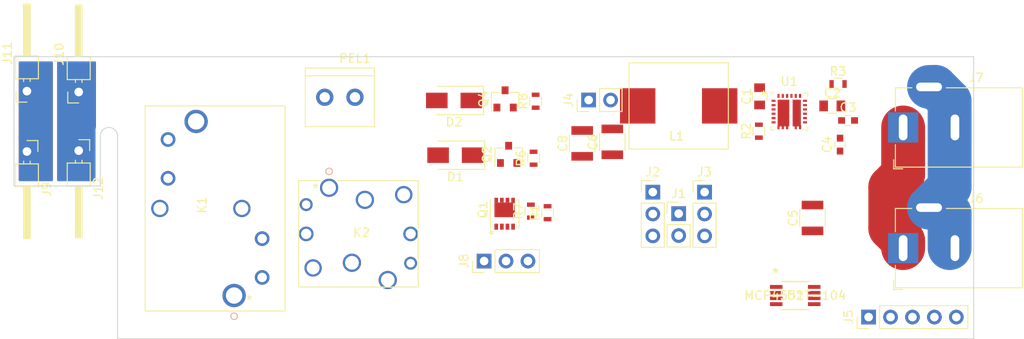
<source format=kicad_pcb>
(kicad_pcb (version 20171130) (host pcbnew "(5.1.6-0-10_14)")

  (general
    (thickness 1.6)
    (drawings 16)
    (tracks 14)
    (zones 0)
    (modules 36)
    (nets 30)
  )

  (page A4)
  (layers
    (0 F.Cu signal)
    (31 B.Cu signal)
    (32 B.Adhes user)
    (33 F.Adhes user)
    (34 B.Paste user)
    (35 F.Paste user)
    (36 B.SilkS user)
    (37 F.SilkS user)
    (38 B.Mask user)
    (39 F.Mask user)
    (40 Dwgs.User user hide)
    (41 Cmts.User user)
    (42 Eco1.User user)
    (43 Eco2.User user hide)
    (44 Edge.Cuts user)
    (45 Margin user)
    (46 B.CrtYd user hide)
    (47 F.CrtYd user hide)
    (48 B.Fab user hide)
    (49 F.Fab user hide)
  )

  (setup
    (last_trace_width 5.08)
    (user_trace_width 0.25)
    (user_trace_width 0.5)
    (user_trace_width 0.75)
    (user_trace_width 1)
    (user_trace_width 2.54)
    (user_trace_width 5.08)
    (trace_clearance 0.2)
    (zone_clearance 0.508)
    (zone_45_only no)
    (trace_min 0.2)
    (via_size 0.8)
    (via_drill 0.4)
    (via_min_size 0.4)
    (via_min_drill 0.3)
    (uvia_size 0.3)
    (uvia_drill 0.1)
    (uvias_allowed no)
    (uvia_min_size 0.2)
    (uvia_min_drill 0.1)
    (edge_width 0.1)
    (segment_width 0.2)
    (pcb_text_width 0.3)
    (pcb_text_size 1.5 1.5)
    (mod_edge_width 0.15)
    (mod_text_size 1 1)
    (mod_text_width 0.15)
    (pad_size 1.524 1.524)
    (pad_drill 0.762)
    (pad_to_mask_clearance 0)
    (aux_axis_origin 0 0)
    (visible_elements FFFFFF7F)
    (pcbplotparams
      (layerselection 0x010fc_ffffffff)
      (usegerberextensions false)
      (usegerberattributes true)
      (usegerberadvancedattributes true)
      (creategerberjobfile true)
      (excludeedgelayer true)
      (linewidth 0.100000)
      (plotframeref false)
      (viasonmask false)
      (mode 1)
      (useauxorigin false)
      (hpglpennumber 1)
      (hpglpenspeed 20)
      (hpglpendiameter 15.000000)
      (psnegative false)
      (psa4output false)
      (plotreference true)
      (plotvalue true)
      (plotinvisibletext false)
      (padsonsilk false)
      (subtractmaskfromsilk false)
      (outputformat 1)
      (mirror false)
      (drillshape 1)
      (scaleselection 1)
      (outputdirectory ""))
  )

  (net 0 "")
  (net 1 /PEL1)
  (net 2 12V)
  (net 3 /PEL3)
  (net 4 /PEL_BLK)
  (net 5 /PEL_RED)
  (net 6 "Net-(J1-Pad2)")
  (net 7 "Net-(J1-Pad1)")
  (net 8 REG_OUT)
  (net 9 /POT_RES_A)
  (net 10 /FB_RES_B)
  (net 11 /POT_RES_B)
  (net 12 GND)
  (net 13 I2C_SDA)
  (net 14 I2C_SCL)
  (net 15 5V)
  (net 16 /PEL2)
  (net 17 "Net-(C3-Pad2)")
  (net 18 "Net-(Q1-Pad4)")
  (net 19 "Net-(Q2-Pad1)")
  (net 20 "Net-(Q4-Pad1)")
  (net 21 PEL_PWM)
  (net 22 PEL_SWA)
  (net 23 PEL_SWB)
  (net 24 "Net-(R2-Pad2)")
  (net 25 "Net-(C3-Pad1)")
  (net 26 "Net-(C2-Pad1)")
  (net 27 /con1)
  (net 28 /con2)
  (net 29 3V3)

  (net_class Default "This is the default net class."
    (clearance 0.2)
    (trace_width 0.25)
    (via_dia 0.8)
    (via_drill 0.4)
    (uvia_dia 0.3)
    (uvia_drill 0.1)
    (add_net /FB_RES_B)
    (add_net /PEL1)
    (add_net /PEL2)
    (add_net /PEL3)
    (add_net /PEL_BLK)
    (add_net /PEL_RED)
    (add_net /POT_RES_A)
    (add_net /POT_RES_B)
    (add_net /con1)
    (add_net /con2)
    (add_net 12V)
    (add_net 3V3)
    (add_net 5V)
    (add_net GND)
    (add_net I2C_SCL)
    (add_net I2C_SDA)
    (add_net "Net-(C2-Pad1)")
    (add_net "Net-(C3-Pad1)")
    (add_net "Net-(C3-Pad2)")
    (add_net "Net-(J1-Pad1)")
    (add_net "Net-(J1-Pad2)")
    (add_net "Net-(Q1-Pad4)")
    (add_net "Net-(Q2-Pad1)")
    (add_net "Net-(Q4-Pad1)")
    (add_net "Net-(R2-Pad2)")
    (add_net PEL_PWM)
    (add_net PEL_SWA)
    (add_net PEL_SWB)
    (add_net REG_OUT)
  )

  (module Diodes_SMD:D_SMA (layer F.Cu) (tedit 586432E5) (tstamp 615FD72B)
    (at 118.13 93.22 180)
    (descr "Diode SMA (DO-214AC)")
    (tags "Diode SMA (DO-214AC)")
    (path /61611337)
    (attr smd)
    (fp_text reference D1 (at 0 -2.5) (layer F.SilkS)
      (effects (font (size 1 1) (thickness 0.15)))
    )
    (fp_text value DIODE (at 0 2.6) (layer F.Fab)
      (effects (font (size 1 1) (thickness 0.15)))
    )
    (fp_line (start -3.4 -1.65) (end 2 -1.65) (layer F.SilkS) (width 0.12))
    (fp_line (start -3.4 1.65) (end 2 1.65) (layer F.SilkS) (width 0.12))
    (fp_line (start -0.64944 0.00102) (end 0.50118 -0.79908) (layer F.Fab) (width 0.1))
    (fp_line (start -0.64944 0.00102) (end 0.50118 0.75032) (layer F.Fab) (width 0.1))
    (fp_line (start 0.50118 0.75032) (end 0.50118 -0.79908) (layer F.Fab) (width 0.1))
    (fp_line (start -0.64944 -0.79908) (end -0.64944 0.80112) (layer F.Fab) (width 0.1))
    (fp_line (start 0.50118 0.00102) (end 1.4994 0.00102) (layer F.Fab) (width 0.1))
    (fp_line (start -0.64944 0.00102) (end -1.55114 0.00102) (layer F.Fab) (width 0.1))
    (fp_line (start -3.5 1.75) (end -3.5 -1.75) (layer F.CrtYd) (width 0.05))
    (fp_line (start 3.5 1.75) (end -3.5 1.75) (layer F.CrtYd) (width 0.05))
    (fp_line (start 3.5 -1.75) (end 3.5 1.75) (layer F.CrtYd) (width 0.05))
    (fp_line (start -3.5 -1.75) (end 3.5 -1.75) (layer F.CrtYd) (width 0.05))
    (fp_line (start 2.3 -1.5) (end -2.3 -1.5) (layer F.Fab) (width 0.1))
    (fp_line (start 2.3 -1.5) (end 2.3 1.5) (layer F.Fab) (width 0.1))
    (fp_line (start -2.3 1.5) (end -2.3 -1.5) (layer F.Fab) (width 0.1))
    (fp_line (start 2.3 1.5) (end -2.3 1.5) (layer F.Fab) (width 0.1))
    (fp_line (start -3.4 -1.65) (end -3.4 1.65) (layer F.SilkS) (width 0.12))
    (fp_text user %R (at 0 -2.5) (layer F.Fab)
      (effects (font (size 1 1) (thickness 0.15)))
    )
    (pad 1 smd rect (at -2 0 180) (size 2.5 1.8) (layers F.Cu F.Paste F.Mask)
      (net 1 /PEL1))
    (pad 2 smd rect (at 2 0 180) (size 2.5 1.8) (layers F.Cu F.Paste F.Mask)
      (net 2 12V))
    (model ${KISYS3DMOD}/Diodes_SMD.3dshapes/D_SMA.wrl
      (at (xyz 0 0 0))
      (scale (xyz 1 1 1))
      (rotate (xyz 0 0 0))
    )
    (model :kicad-packages3D:Diode_SMD.3dshapes/D_2010_5025Metric.step
      (at (xyz 0 0 0))
      (scale (xyz 1 1 1))
      (rotate (xyz 0 0 0))
    )
  )

  (module Diodes_SMD:D_SMA (layer F.Cu) (tedit 586432E5) (tstamp 615FD743)
    (at 117.98 86.87 180)
    (descr "Diode SMA (DO-214AC)")
    (tags "Diode SMA (DO-214AC)")
    (path /61611331)
    (attr smd)
    (fp_text reference D2 (at 0 -2.5) (layer F.SilkS)
      (effects (font (size 1 1) (thickness 0.15)))
    )
    (fp_text value DIODE (at 0 2.6) (layer F.Fab)
      (effects (font (size 1 1) (thickness 0.15)))
    )
    (fp_text user %R (at 0 -2.5) (layer F.Fab)
      (effects (font (size 1 1) (thickness 0.15)))
    )
    (fp_line (start -3.4 -1.65) (end -3.4 1.65) (layer F.SilkS) (width 0.12))
    (fp_line (start 2.3 1.5) (end -2.3 1.5) (layer F.Fab) (width 0.1))
    (fp_line (start -2.3 1.5) (end -2.3 -1.5) (layer F.Fab) (width 0.1))
    (fp_line (start 2.3 -1.5) (end 2.3 1.5) (layer F.Fab) (width 0.1))
    (fp_line (start 2.3 -1.5) (end -2.3 -1.5) (layer F.Fab) (width 0.1))
    (fp_line (start -3.5 -1.75) (end 3.5 -1.75) (layer F.CrtYd) (width 0.05))
    (fp_line (start 3.5 -1.75) (end 3.5 1.75) (layer F.CrtYd) (width 0.05))
    (fp_line (start 3.5 1.75) (end -3.5 1.75) (layer F.CrtYd) (width 0.05))
    (fp_line (start -3.5 1.75) (end -3.5 -1.75) (layer F.CrtYd) (width 0.05))
    (fp_line (start -0.64944 0.00102) (end -1.55114 0.00102) (layer F.Fab) (width 0.1))
    (fp_line (start 0.50118 0.00102) (end 1.4994 0.00102) (layer F.Fab) (width 0.1))
    (fp_line (start -0.64944 -0.79908) (end -0.64944 0.80112) (layer F.Fab) (width 0.1))
    (fp_line (start 0.50118 0.75032) (end 0.50118 -0.79908) (layer F.Fab) (width 0.1))
    (fp_line (start -0.64944 0.00102) (end 0.50118 0.75032) (layer F.Fab) (width 0.1))
    (fp_line (start -0.64944 0.00102) (end 0.50118 -0.79908) (layer F.Fab) (width 0.1))
    (fp_line (start -3.4 1.65) (end 2 1.65) (layer F.SilkS) (width 0.12))
    (fp_line (start -3.4 -1.65) (end 2 -1.65) (layer F.SilkS) (width 0.12))
    (pad 2 smd rect (at 2 0 180) (size 2.5 1.8) (layers F.Cu F.Paste F.Mask)
      (net 2 12V))
    (pad 1 smd rect (at -2 0 180) (size 2.5 1.8) (layers F.Cu F.Paste F.Mask)
      (net 3 /PEL3))
    (model ${KISYS3DMOD}/Diodes_SMD.3dshapes/D_SMA.wrl
      (at (xyz 0 0 0))
      (scale (xyz 1 1 1))
      (rotate (xyz 0 0 0))
    )
    (model :kicad-packages3D:Diode_SMD.3dshapes/D_2010_5025Metric.step
      (at (xyz 0 0 0))
      (scale (xyz 1 1 1))
      (rotate (xyz 0 0 0))
    )
  )

  (module Ninja-qPCR:TB_SeeedOPL_320110028 (layer F.Cu) (tedit 5F05691F) (tstamp 615FD74E)
    (at 106.5 86.5 180)
    (path /61611349)
    (fp_text reference PEL1 (at 0 4.5) (layer F.SilkS)
      (effects (font (size 1 1) (thickness 0.15)))
    )
    (fp_text value Screw_Terminal_01x02 (at 2 6) (layer F.Fab)
      (effects (font (size 1 1) (thickness 0.15)))
    )
    (fp_line (start -2.25 -3.4) (end 5.75 -3.4) (layer F.SilkS) (width 0.12))
    (fp_line (start 5.75 -3.4) (end 5.75 3.4) (layer F.SilkS) (width 0.12))
    (fp_line (start 5.75 3.4) (end -2.25 3.4) (layer F.SilkS) (width 0.12))
    (fp_line (start -2.25 3.4) (end -2.25 -3.4) (layer F.SilkS) (width 0.12))
    (fp_line (start 5.75 2.5) (end -2.25 2.5) (layer F.SilkS) (width 0.12))
    (pad 2 thru_hole circle (at 3.5 0 180) (size 2 2) (drill 1.2) (layers *.Cu *.Mask)
      (net 4 /PEL_BLK))
    (pad 1 thru_hole circle (at 0 0 180) (size 2 2) (drill 1.2) (layers *.Cu *.Mask)
      (net 5 /PEL_RED))
    (model ":desktop:TerminalBlock_SeeedOPL320110028 v2.step"
      (at (xyz 0 0 0))
      (scale (xyz 1 1 1))
      (rotate (xyz 0 0 0))
    )
  )

  (module Pin_Headers:Pin_Header_Straight_1x02_Pitch2.54mm (layer F.Cu) (tedit 59650532) (tstamp 615FD764)
    (at 144 100)
    (descr "Through hole straight pin header, 1x02, 2.54mm pitch, single row")
    (tags "Through hole pin header THT 1x02 2.54mm single row")
    (path /615F2016)
    (fp_text reference J1 (at 0 -2.33) (layer F.SilkS)
      (effects (font (size 1 1) (thickness 0.15)))
    )
    (fp_text value Conn_01x02_Female (at 0 4.87) (layer F.Fab)
      (effects (font (size 1 1) (thickness 0.15)))
    )
    (fp_text user %R (at 0 1.27 90) (layer F.Fab)
      (effects (font (size 1 1) (thickness 0.15)))
    )
    (fp_line (start -0.635 -1.27) (end 1.27 -1.27) (layer F.Fab) (width 0.1))
    (fp_line (start 1.27 -1.27) (end 1.27 3.81) (layer F.Fab) (width 0.1))
    (fp_line (start 1.27 3.81) (end -1.27 3.81) (layer F.Fab) (width 0.1))
    (fp_line (start -1.27 3.81) (end -1.27 -0.635) (layer F.Fab) (width 0.1))
    (fp_line (start -1.27 -0.635) (end -0.635 -1.27) (layer F.Fab) (width 0.1))
    (fp_line (start -1.33 3.87) (end 1.33 3.87) (layer F.SilkS) (width 0.12))
    (fp_line (start -1.33 1.27) (end -1.33 3.87) (layer F.SilkS) (width 0.12))
    (fp_line (start 1.33 1.27) (end 1.33 3.87) (layer F.SilkS) (width 0.12))
    (fp_line (start -1.33 1.27) (end 1.33 1.27) (layer F.SilkS) (width 0.12))
    (fp_line (start -1.33 0) (end -1.33 -1.33) (layer F.SilkS) (width 0.12))
    (fp_line (start -1.33 -1.33) (end 0 -1.33) (layer F.SilkS) (width 0.12))
    (fp_line (start -1.8 -1.8) (end -1.8 4.35) (layer F.CrtYd) (width 0.05))
    (fp_line (start -1.8 4.35) (end 1.8 4.35) (layer F.CrtYd) (width 0.05))
    (fp_line (start 1.8 4.35) (end 1.8 -1.8) (layer F.CrtYd) (width 0.05))
    (fp_line (start 1.8 -1.8) (end -1.8 -1.8) (layer F.CrtYd) (width 0.05))
    (pad 2 thru_hole oval (at 0 2.54) (size 1.7 1.7) (drill 1) (layers *.Cu *.Mask)
      (net 6 "Net-(J1-Pad2)"))
    (pad 1 thru_hole rect (at 0 0) (size 1.7 1.7) (drill 1) (layers *.Cu *.Mask)
      (net 7 "Net-(J1-Pad1)"))
    (model ${KISYS3DMOD}/Pin_Headers.3dshapes/Pin_Header_Straight_1x02_Pitch2.54mm.wrl
      (at (xyz 0 0 0))
      (scale (xyz 1 1 1))
      (rotate (xyz 0 0 0))
    )
    (model :kicad-packages3D:Connector_PinSocket_2.54mm.3dshapes/PinSocket_1x02_P2.54mm_Vertical.step
      (at (xyz 0 0 0))
      (scale (xyz 1 1 1))
      (rotate (xyz 0 0 0))
    )
  )

  (module Pin_Headers:Pin_Header_Straight_1x03_Pitch2.54mm (layer F.Cu) (tedit 59650532) (tstamp 615FD77B)
    (at 141 97.5)
    (descr "Through hole straight pin header, 1x03, 2.54mm pitch, single row")
    (tags "Through hole pin header THT 1x03 2.54mm single row")
    (path /615DF263)
    (fp_text reference J2 (at 0 -2.33) (layer F.SilkS)
      (effects (font (size 1 1) (thickness 0.15)))
    )
    (fp_text value Conn_01x03_Male (at 0 7.41) (layer F.Fab)
      (effects (font (size 1 1) (thickness 0.15)))
    )
    (fp_text user %R (at 0 2.54 90) (layer F.Fab)
      (effects (font (size 1 1) (thickness 0.15)))
    )
    (fp_line (start -0.635 -1.27) (end 1.27 -1.27) (layer F.Fab) (width 0.1))
    (fp_line (start 1.27 -1.27) (end 1.27 6.35) (layer F.Fab) (width 0.1))
    (fp_line (start 1.27 6.35) (end -1.27 6.35) (layer F.Fab) (width 0.1))
    (fp_line (start -1.27 6.35) (end -1.27 -0.635) (layer F.Fab) (width 0.1))
    (fp_line (start -1.27 -0.635) (end -0.635 -1.27) (layer F.Fab) (width 0.1))
    (fp_line (start -1.33 6.41) (end 1.33 6.41) (layer F.SilkS) (width 0.12))
    (fp_line (start -1.33 1.27) (end -1.33 6.41) (layer F.SilkS) (width 0.12))
    (fp_line (start 1.33 1.27) (end 1.33 6.41) (layer F.SilkS) (width 0.12))
    (fp_line (start -1.33 1.27) (end 1.33 1.27) (layer F.SilkS) (width 0.12))
    (fp_line (start -1.33 0) (end -1.33 -1.33) (layer F.SilkS) (width 0.12))
    (fp_line (start -1.33 -1.33) (end 0 -1.33) (layer F.SilkS) (width 0.12))
    (fp_line (start -1.8 -1.8) (end -1.8 6.85) (layer F.CrtYd) (width 0.05))
    (fp_line (start -1.8 6.85) (end 1.8 6.85) (layer F.CrtYd) (width 0.05))
    (fp_line (start 1.8 6.85) (end 1.8 -1.8) (layer F.CrtYd) (width 0.05))
    (fp_line (start 1.8 -1.8) (end -1.8 -1.8) (layer F.CrtYd) (width 0.05))
    (pad 3 thru_hole oval (at 0 5.08) (size 1.7 1.7) (drill 1) (layers *.Cu *.Mask)
      (net 7 "Net-(J1-Pad1)"))
    (pad 2 thru_hole oval (at 0 2.54) (size 1.7 1.7) (drill 1) (layers *.Cu *.Mask)
      (net 8 REG_OUT))
    (pad 1 thru_hole rect (at 0 0) (size 1.7 1.7) (drill 1) (layers *.Cu *.Mask)
      (net 9 /POT_RES_A))
    (model ${KISYS3DMOD}/Pin_Headers.3dshapes/Pin_Header_Straight_1x03_Pitch2.54mm.wrl
      (at (xyz 0 0 0))
      (scale (xyz 1 1 1))
      (rotate (xyz 0 0 0))
    )
    (model :kicad-packages3D:Connector_PinHeader_2.54mm.3dshapes/PinHeader_1x03_P2.54mm_Vertical.step
      (at (xyz 0 0 0))
      (scale (xyz 1 1 1))
      (rotate (xyz 0 0 0))
    )
  )

  (module Pin_Headers:Pin_Header_Straight_1x03_Pitch2.54mm (layer F.Cu) (tedit 59650532) (tstamp 615FD792)
    (at 147 97.5)
    (descr "Through hole straight pin header, 1x03, 2.54mm pitch, single row")
    (tags "Through hole pin header THT 1x03 2.54mm single row")
    (path /615E1AD1)
    (fp_text reference J3 (at 0 -2.33) (layer F.SilkS)
      (effects (font (size 1 1) (thickness 0.15)))
    )
    (fp_text value Conn_01x03_Male (at 0 7.41) (layer F.Fab)
      (effects (font (size 1 1) (thickness 0.15)))
    )
    (fp_line (start 1.8 -1.8) (end -1.8 -1.8) (layer F.CrtYd) (width 0.05))
    (fp_line (start 1.8 6.85) (end 1.8 -1.8) (layer F.CrtYd) (width 0.05))
    (fp_line (start -1.8 6.85) (end 1.8 6.85) (layer F.CrtYd) (width 0.05))
    (fp_line (start -1.8 -1.8) (end -1.8 6.85) (layer F.CrtYd) (width 0.05))
    (fp_line (start -1.33 -1.33) (end 0 -1.33) (layer F.SilkS) (width 0.12))
    (fp_line (start -1.33 0) (end -1.33 -1.33) (layer F.SilkS) (width 0.12))
    (fp_line (start -1.33 1.27) (end 1.33 1.27) (layer F.SilkS) (width 0.12))
    (fp_line (start 1.33 1.27) (end 1.33 6.41) (layer F.SilkS) (width 0.12))
    (fp_line (start -1.33 1.27) (end -1.33 6.41) (layer F.SilkS) (width 0.12))
    (fp_line (start -1.33 6.41) (end 1.33 6.41) (layer F.SilkS) (width 0.12))
    (fp_line (start -1.27 -0.635) (end -0.635 -1.27) (layer F.Fab) (width 0.1))
    (fp_line (start -1.27 6.35) (end -1.27 -0.635) (layer F.Fab) (width 0.1))
    (fp_line (start 1.27 6.35) (end -1.27 6.35) (layer F.Fab) (width 0.1))
    (fp_line (start 1.27 -1.27) (end 1.27 6.35) (layer F.Fab) (width 0.1))
    (fp_line (start -0.635 -1.27) (end 1.27 -1.27) (layer F.Fab) (width 0.1))
    (fp_text user %R (at 0 2.54 90) (layer F.Fab)
      (effects (font (size 1 1) (thickness 0.15)))
    )
    (pad 1 thru_hole rect (at 0 0) (size 1.7 1.7) (drill 1) (layers *.Cu *.Mask)
      (net 6 "Net-(J1-Pad2)"))
    (pad 2 thru_hole oval (at 0 2.54) (size 1.7 1.7) (drill 1) (layers *.Cu *.Mask)
      (net 10 /FB_RES_B))
    (pad 3 thru_hole oval (at 0 5.08) (size 1.7 1.7) (drill 1) (layers *.Cu *.Mask)
      (net 11 /POT_RES_B))
    (model ${KISYS3DMOD}/Pin_Headers.3dshapes/Pin_Header_Straight_1x03_Pitch2.54mm.wrl
      (at (xyz 0 0 0))
      (scale (xyz 1 1 1))
      (rotate (xyz 0 0 0))
    )
    (model :kicad-packages3D:Connector_PinHeader_2.54mm.3dshapes/PinHeader_1x03_P2.54mm_Vertical.step
      (at (xyz 0 0 0))
      (scale (xyz 1 1 1))
      (rotate (xyz 0 0 0))
    )
  )

  (module Connector_BarrelJack:BarrelJack_Horizontal (layer F.Cu) (tedit 5A1DBF6A) (tstamp 615FD7D7)
    (at 170 104 180)
    (descr "DC Barrel Jack")
    (tags "Power Jack")
    (path /615CB67F)
    (fp_text reference J6 (at -8.45 5.75) (layer F.SilkS)
      (effects (font (size 1 1) (thickness 0.15)))
    )
    (fp_text value Barrel_Jack_Switch (at -6.2 -5.5) (layer F.Fab)
      (effects (font (size 1 1) (thickness 0.15)))
    )
    (fp_line (start 0 -4.5) (end -13.7 -4.5) (layer F.Fab) (width 0.1))
    (fp_line (start 0.8 4.5) (end 0.8 -3.75) (layer F.Fab) (width 0.1))
    (fp_line (start -13.7 4.5) (end 0.8 4.5) (layer F.Fab) (width 0.1))
    (fp_line (start -13.7 -4.5) (end -13.7 4.5) (layer F.Fab) (width 0.1))
    (fp_line (start -10.2 -4.5) (end -10.2 4.5) (layer F.Fab) (width 0.1))
    (fp_line (start 0.9 -4.6) (end 0.9 -2) (layer F.SilkS) (width 0.12))
    (fp_line (start -13.8 -4.6) (end 0.9 -4.6) (layer F.SilkS) (width 0.12))
    (fp_line (start 0.9 4.6) (end -1 4.6) (layer F.SilkS) (width 0.12))
    (fp_line (start 0.9 1.9) (end 0.9 4.6) (layer F.SilkS) (width 0.12))
    (fp_line (start -13.8 4.6) (end -13.8 -4.6) (layer F.SilkS) (width 0.12))
    (fp_line (start -5 4.6) (end -13.8 4.6) (layer F.SilkS) (width 0.12))
    (fp_line (start -14 4.75) (end -14 -4.75) (layer F.CrtYd) (width 0.05))
    (fp_line (start -5 4.75) (end -14 4.75) (layer F.CrtYd) (width 0.05))
    (fp_line (start -5 6.75) (end -5 4.75) (layer F.CrtYd) (width 0.05))
    (fp_line (start -1 6.75) (end -5 6.75) (layer F.CrtYd) (width 0.05))
    (fp_line (start -1 4.75) (end -1 6.75) (layer F.CrtYd) (width 0.05))
    (fp_line (start 1 4.75) (end -1 4.75) (layer F.CrtYd) (width 0.05))
    (fp_line (start 1 2) (end 1 4.75) (layer F.CrtYd) (width 0.05))
    (fp_line (start 2 2) (end 1 2) (layer F.CrtYd) (width 0.05))
    (fp_line (start 2 -2) (end 2 2) (layer F.CrtYd) (width 0.05))
    (fp_line (start 1 -2) (end 2 -2) (layer F.CrtYd) (width 0.05))
    (fp_line (start 1 -4.5) (end 1 -2) (layer F.CrtYd) (width 0.05))
    (fp_line (start 1 -4.75) (end -14 -4.75) (layer F.CrtYd) (width 0.05))
    (fp_line (start 1 -4.5) (end 1 -4.75) (layer F.CrtYd) (width 0.05))
    (fp_line (start 0.05 -4.8) (end 1.1 -4.8) (layer F.SilkS) (width 0.12))
    (fp_line (start 1.1 -3.75) (end 1.1 -4.8) (layer F.SilkS) (width 0.12))
    (fp_line (start -0.003213 -4.505425) (end 0.8 -3.75) (layer F.Fab) (width 0.1))
    (fp_text user %R (at -3 -2.95) (layer F.Fab)
      (effects (font (size 1 1) (thickness 0.15)))
    )
    (pad 1 thru_hole rect (at 0 0 180) (size 3.5 3.5) (drill oval 1 3) (layers *.Cu *.Mask)
      (net 2 12V))
    (pad 2 thru_hole roundrect (at -6 0 180) (size 3 3.5) (drill oval 1 3) (layers *.Cu *.Mask) (roundrect_rratio 0.25)
      (net 12 GND))
    (pad 3 thru_hole roundrect (at -3 4.7 180) (size 3.5 3.5) (drill oval 3 1) (layers *.Cu *.Mask) (roundrect_rratio 0.25)
      (net 12 GND))
    (model ${KISYS3DMOD}/Connector_BarrelJack.3dshapes/BarrelJack_Horizontal.wrl
      (at (xyz 0 0 0))
      (scale (xyz 1 1 1))
      (rotate (xyz 0 0 0))
    )
    (model ":desktop:BarrelJack_MJ179PH v1.step"
      (offset (xyz -6.5 0 0))
      (scale (xyz 1 1 1))
      (rotate (xyz 0 0 90))
    )
  )

  (module Connector_BarrelJack:BarrelJack_Horizontal (layer F.Cu) (tedit 5A1DBF6A) (tstamp 615FD7FA)
    (at 170 90 180)
    (descr "DC Barrel Jack")
    (tags "Power Jack")
    (path /6168C9ED)
    (fp_text reference J7 (at -8.45 5.75) (layer F.SilkS)
      (effects (font (size 1 1) (thickness 0.15)))
    )
    (fp_text value Barrel_Jack_Switch (at -6.2 -5.5) (layer F.Fab)
      (effects (font (size 1 1) (thickness 0.15)))
    )
    (fp_text user %R (at -3 -2.95) (layer F.Fab)
      (effects (font (size 1 1) (thickness 0.15)))
    )
    (fp_line (start -0.003213 -4.505425) (end 0.8 -3.75) (layer F.Fab) (width 0.1))
    (fp_line (start 1.1 -3.75) (end 1.1 -4.8) (layer F.SilkS) (width 0.12))
    (fp_line (start 0.05 -4.8) (end 1.1 -4.8) (layer F.SilkS) (width 0.12))
    (fp_line (start 1 -4.5) (end 1 -4.75) (layer F.CrtYd) (width 0.05))
    (fp_line (start 1 -4.75) (end -14 -4.75) (layer F.CrtYd) (width 0.05))
    (fp_line (start 1 -4.5) (end 1 -2) (layer F.CrtYd) (width 0.05))
    (fp_line (start 1 -2) (end 2 -2) (layer F.CrtYd) (width 0.05))
    (fp_line (start 2 -2) (end 2 2) (layer F.CrtYd) (width 0.05))
    (fp_line (start 2 2) (end 1 2) (layer F.CrtYd) (width 0.05))
    (fp_line (start 1 2) (end 1 4.75) (layer F.CrtYd) (width 0.05))
    (fp_line (start 1 4.75) (end -1 4.75) (layer F.CrtYd) (width 0.05))
    (fp_line (start -1 4.75) (end -1 6.75) (layer F.CrtYd) (width 0.05))
    (fp_line (start -1 6.75) (end -5 6.75) (layer F.CrtYd) (width 0.05))
    (fp_line (start -5 6.75) (end -5 4.75) (layer F.CrtYd) (width 0.05))
    (fp_line (start -5 4.75) (end -14 4.75) (layer F.CrtYd) (width 0.05))
    (fp_line (start -14 4.75) (end -14 -4.75) (layer F.CrtYd) (width 0.05))
    (fp_line (start -5 4.6) (end -13.8 4.6) (layer F.SilkS) (width 0.12))
    (fp_line (start -13.8 4.6) (end -13.8 -4.6) (layer F.SilkS) (width 0.12))
    (fp_line (start 0.9 1.9) (end 0.9 4.6) (layer F.SilkS) (width 0.12))
    (fp_line (start 0.9 4.6) (end -1 4.6) (layer F.SilkS) (width 0.12))
    (fp_line (start -13.8 -4.6) (end 0.9 -4.6) (layer F.SilkS) (width 0.12))
    (fp_line (start 0.9 -4.6) (end 0.9 -2) (layer F.SilkS) (width 0.12))
    (fp_line (start -10.2 -4.5) (end -10.2 4.5) (layer F.Fab) (width 0.1))
    (fp_line (start -13.7 -4.5) (end -13.7 4.5) (layer F.Fab) (width 0.1))
    (fp_line (start -13.7 4.5) (end 0.8 4.5) (layer F.Fab) (width 0.1))
    (fp_line (start 0.8 4.5) (end 0.8 -3.75) (layer F.Fab) (width 0.1))
    (fp_line (start 0 -4.5) (end -13.7 -4.5) (layer F.Fab) (width 0.1))
    (pad 3 thru_hole roundrect (at -3 4.7 180) (size 3.5 3.5) (drill oval 3 1) (layers *.Cu *.Mask) (roundrect_rratio 0.25)
      (net 12 GND))
    (pad 2 thru_hole roundrect (at -6 0 180) (size 3 3.5) (drill oval 1 3) (layers *.Cu *.Mask) (roundrect_rratio 0.25)
      (net 12 GND))
    (pad 1 thru_hole rect (at 0 0 180) (size 3.5 3.5) (drill oval 1 3) (layers *.Cu *.Mask)
      (net 2 12V))
    (model ${KISYS3DMOD}/Connector_BarrelJack.3dshapes/BarrelJack_Horizontal.wrl
      (at (xyz 0 0 0))
      (scale (xyz 1 1 1))
      (rotate (xyz 0 0 0))
    )
  )

  (module Ninja-qPCR:EP2-3L3SAb (layer F.Cu) (tedit 6155D4D3) (tstamp 615FD810)
    (at 92.5 109.5 90)
    (path /61624824)
    (fp_text reference K1 (at 10.5 -3.7 270) (layer F.SilkS)
      (effects (font (size 1 1) (thickness 0.15)))
    )
    (fp_text value EP2-3L3SAb (at 10.65 -13.75 270) (layer F.SilkS) hide
      (effects (font (size 1 1) (thickness 0.15)))
    )
    (fp_line (start 22 5.9) (end 22 -10.3) (layer F.SilkS) (width 0.12))
    (fp_line (start -1.8 -10.3) (end 22 -10.3) (layer F.SilkS) (width 0.12))
    (fp_line (start -1.8 5.9) (end 22 5.9) (layer F.SilkS) (width 0.12))
    (fp_line (start -1.8 -10.3) (end -1.8 5.9) (layer F.SilkS) (width 0.12))
    (fp_circle (center -2.405 0) (end -2.405 -0.381) (layer F.Fab) (width 0.1))
    (fp_circle (center -2.4 -0.000501) (end -2.4 -0.381501) (layer F.SilkS) (width 0.12))
    (fp_circle (center -2.4 -0.000501) (end -2.4 -0.381501) (layer B.SilkS) (width 0.12))
    (fp_text user * (at 0 0) (layer F.Fab)
      (effects (font (size 1 1) (thickness 0.15)))
    )
    (fp_text user * (at -0.55 1.75) (layer F.SilkS)
      (effects (font (size 1 1) (thickness 0.15)))
    )
    (fp_text user "Copyright 2021 Accelerated Designs. All rights reserved." (at 0 0) (layer Cmts.User)
      (effects (font (size 0.127 0.127) (thickness 0.002)))
    )
    (pad 5 thru_hole circle (at 10.1 -8.6 180) (size 2 2) (drill 1.5) (layers *.Cu *.Mask)
      (net 16 /PEL2))
    (pad 6 thru_hole circle (at 13.6 -7.65 180) (size 1.7 1.7) (drill 1.1) (layers *.Cu *.Mask)
      (net 2 12V))
    (pad 7 thru_hole circle (at 18.1 -7.65 180) (size 1.7 1.7) (drill 1.1) (layers *.Cu *.Mask)
      (net 3 /PEL3))
    (pad 8 thru_hole circle (at 20.2 -4.4 180) (size 2.7 2.7) (drill 1.9) (layers *.Cu *.Mask)
      (net 5 /PEL_RED))
    (pad 4 thru_hole circle (at 10.1 0.9 180) (size 2 2) (drill 1.5) (layers *.Cu *.Mask)
      (net 2 12V))
    (pad 3 thru_hole circle (at 6.6 3.25 180) (size 1.7 1.7) (drill 1.1) (layers *.Cu *.Mask)
      (net 1 /PEL1))
    (pad 2 thru_hole circle (at 2.1 3.25 180) (size 1.7 1.7) (drill 1.1) (layers *.Cu *.Mask)
      (net 2 12V))
    (pad 1 thru_hole circle (at 0 0 180) (size 2.7 2.7) (drill 1.9) (layers *.Cu *.Mask)
      (net 4 /PEL_BLK))
    (model ":desktop:NEC EP2-3L3SAb.step"
      (at (xyz 0 0 0))
      (scale (xyz 1 1 1))
      (rotate (xyz 0 0 90))
    )
  )

  (module Ninja-qPCR:EX2-2U1S (layer F.Cu) (tedit 6155CF71) (tstamp 615FD831)
    (at 103.5 97)
    (path /6164633B)
    (fp_text reference K2 (at 3.75 5.2) (layer F.SilkS)
      (effects (font (size 1 1) (thickness 0.15)))
    )
    (fp_text value EX2-2U1S (at 4.5 -4.25) (layer F.SilkS) hide
      (effects (font (size 1 1) (thickness 0.15)))
    )
    (fp_circle (center 0.000501 -1.9) (end 0.381501 -1.9) (layer B.SilkS) (width 0.12))
    (fp_circle (center 0.000501 -1.9) (end 0.381501 -1.9) (layer F.SilkS) (width 0.12))
    (fp_circle (center 0 -1.905) (end 0.381 -1.905) (layer F.Fab) (width 0.1))
    (fp_line (start 10.448501 -1.2573) (end -3.648499 -1.2573) (layer F.CrtYd) (width 0.05))
    (fp_line (start 10.448501 11.644399) (end 10.448501 -1.2573) (layer F.CrtYd) (width 0.05))
    (fp_line (start -3.648499 11.644399) (end 10.448501 11.644399) (layer F.CrtYd) (width 0.05))
    (fp_line (start -3.648499 -1.2573) (end -3.648499 11.644399) (layer F.CrtYd) (width 0.05))
    (fp_line (start -1.04932 -0.827) (end -3.521499 -0.827) (layer F.SilkS) (width 0.12))
    (fp_line (start -3.394499 -0.7) (end -3.394499 11.390399) (layer F.Fab) (width 0.1))
    (fp_line (start 10.194501 -0.7) (end -3.394499 -0.7) (layer F.Fab) (width 0.1))
    (fp_line (start 10.194501 11.390399) (end 10.194501 -0.7) (layer F.Fab) (width 0.1))
    (fp_line (start -3.394499 11.390399) (end 10.194501 11.390399) (layer F.Fab) (width 0.1))
    (fp_line (start -3.521499 -0.827) (end -3.521499 11.517399) (layer F.SilkS) (width 0.12))
    (fp_line (start 10.321501 -0.827) (end 1.049321 -0.827) (layer F.SilkS) (width 0.12))
    (fp_line (start 10.321501 11.517399) (end 10.321501 -0.827) (layer F.SilkS) (width 0.12))
    (fp_line (start -3.521499 11.517399) (end 10.321501 11.517399) (layer F.SilkS) (width 0.12))
    (fp_text user * (at 0 0) (layer F.Fab)
      (effects (font (size 1 1) (thickness 0.15)))
    )
    (fp_text user * (at -1.55 0.1) (layer F.SilkS)
      (effects (font (size 1 1) (thickness 0.15)))
    )
    (fp_text user "Copyright 2021 Accelerated Designs. All rights reserved." (at 0 0) (layer Cmts.User)
      (effects (font (size 0.127 0.127) (thickness 0.002)))
    )
    (pad 10 thru_hole circle (at 4.15 1.4) (size 2.1082 2.1082) (drill 1.6002) (layers *.Cu *.Mask)
      (net 16 /PEL2))
    (pad 9 thru_hole circle (at 8.65 0.8) (size 2.0066 2.0066) (drill 1.4986) (layers *.Cu *.Mask)
      (net 2 12V))
    (pad 8 thru_hole circle (at 9.45 5.35) (size 1.7018 1.7018) (drill 1.1938) (layers *.Cu *.Mask)
      (net 3 /PEL3))
    (pad 7 thru_hole circle (at 9.45 8.75) (size 1.4986 1.4986) (drill 0.9906) (layers *.Cu *.Mask)
      (net 2 12V))
    (pad 6 thru_hole circle (at 6.8 10.7) (size 2.1082 2.1082) (drill 1.6002) (layers *.Cu *.Mask)
      (net 5 /PEL_RED))
    (pad 5 thru_hole circle (at 2.65 8.7) (size 2.1082 2.1082) (drill 1.6002) (layers *.Cu *.Mask)
      (net 2 12V))
    (pad 4 thru_hole circle (at -1.85 9.3) (size 2.0066 2.0066) (drill 1.4986) (layers *.Cu *.Mask)
      (net 16 /PEL2))
    (pad 3 thru_hole circle (at -2.65 5.35) (size 1.7018 1.7018) (drill 1.1938) (layers *.Cu *.Mask)
      (net 1 /PEL1))
    (pad 2 thru_hole circle (at -2.65 1.95) (size 1.4986 1.4986) (drill 0.9906) (layers *.Cu *.Mask)
      (net 2 12V))
    (pad 1 thru_hole circle (at 0 0) (size 2.1082 2.1082) (drill 1.6002) (layers *.Cu *.Mask)
      (net 4 /PEL_BLK))
    (model ":desktop:NEC EX2-2U1S.step"
      (at (xyz 0 0 0))
      (scale (xyz 1 1 1))
      (rotate (xyz 0 0 0))
    )
  )

  (module Ninja-qPCR:104CDMCCDS-2R2MC (layer F.Cu) (tedit 615D589C) (tstamp 615FD83B)
    (at 144 87.5 180)
    (path /615B9655)
    (fp_text reference L1 (at 0.25 -3.5) (layer F.SilkS)
      (effects (font (size 1 1) (thickness 0.15)))
    )
    (fp_text value 3.3uH (at 0 -0.5) (layer F.Fab) hide
      (effects (font (size 1 1) (thickness 0.15)))
    )
    (fp_line (start -5.75 5) (end -5.75 -5) (layer F.SilkS) (width 0.12))
    (fp_line (start 5.75 5) (end -5.75 5) (layer F.SilkS) (width 0.12))
    (fp_line (start 5.75 -5) (end 5.75 5) (layer F.SilkS) (width 0.12))
    (fp_line (start -5.75 -5) (end 5.75 -5) (layer F.SilkS) (width 0.12))
    (pad 1 smd rect (at -4.75 0 180) (size 4.1 4.1) (layers F.Cu F.Paste F.Mask)
      (net 17 "Net-(C3-Pad2)"))
    (pad 2 smd rect (at 4.75 0 180) (size 4.1 4.1) (layers F.Cu F.Paste F.Mask)
      (net 8 REG_OUT))
    (model ":desktop:104CDMCCDS-2R2MC v1.step"
      (at (xyz 0 0 0))
      (scale (xyz 1 1 1))
      (rotate (xyz 0 0 0))
    )
  )

  (module Ninja-qPCR:8-PowerVDFN (layer F.Cu) (tedit 615FB978) (tstamp 615FD854)
    (at 123.84 100.01 90)
    (path /6161432F)
    (fp_text reference Q1 (at 0.46 -2.525 90) (layer F.SilkS)
      (effects (font (size 1 1) (thickness 0.15)))
    )
    (fp_text value 8-PowerVDFN-N (at 0.05 3.8 90) (layer F.SilkS) hide
      (effects (font (size 1 1) (thickness 0.15)))
    )
    (fp_circle (center -4.0386 -1.905) (end -4.0386 -1.905) (layer F.CrtYd) (width 0.05))
    (fp_line (start -1.525 -1.525) (end -1.525 1.525) (layer F.Fab) (width 0.1))
    (fp_line (start 1.525 -1.525) (end -1.525 -1.525) (layer F.Fab) (width 0.1))
    (fp_line (start 1.525 1.525) (end 1.525 -1.525) (layer F.Fab) (width 0.1))
    (fp_line (start -1.525 1.525) (end 1.525 1.525) (layer F.Fab) (width 0.1))
    (fp_line (start 1.65 -1.65) (end -1.65 -1.65) (layer F.SilkS) (width 0.12))
    (fp_line (start -1.65 1.65) (end 1.65 1.65) (layer F.SilkS) (width 0.12))
    (fp_poly (pts (xy 1.31 1.185) (xy -0.4 1.185) (xy -0.4 -1.185) (xy 1.31 -1.185)) (layer F.Cu) (width 0))
    (fp_text user "Copyright 2021 Accelerated Designs. All rights reserved." (at 0 0 90) (layer Cmts.User)
      (effects (font (size 0.127 0.127) (thickness 0.002)))
    )
    (fp_text user * (at -2.16 -1.23 90) (layer F.SilkS)
      (effects (font (size 1 1) (thickness 0.15)))
    )
    (fp_text user * (at -2.16 -1.23 90) (layer F.Fab)
      (effects (font (size 1 1) (thickness 0.15)))
    )
    (fp_arc (start 0 -1.525) (end -0.4826 -1.525) (angle -180) (layer F.CrtYd) (width 0.05))
    (fp_arc (start 0 -1.525) (end -0.3048 -1.525) (angle -180) (layer F.Fab) (width 0.1))
    (pad 1 smd rect (at -1.5 -0.975 90) (size 0.7 0.42) (layers F.Cu F.Paste F.Mask)
      (net 12 GND))
    (pad 2 smd rect (at -1.5 -0.325 90) (size 0.7 0.42) (layers F.Cu F.Paste F.Mask)
      (net 12 GND))
    (pad 3 smd rect (at -1.5 0.325 90) (size 0.7 0.42) (layers F.Cu F.Paste F.Mask)
      (net 12 GND))
    (pad 4 smd rect (at -1.5 0.975 90) (size 0.7 0.42) (layers F.Cu F.Paste F.Mask)
      (net 18 "Net-(Q1-Pad4)"))
    (pad 5 smd rect (at 1.58 0.975 90) (size 0.54 0.42) (layers F.Cu F.Paste F.Mask)
      (net 16 /PEL2))
    (pad 6 smd rect (at 1.58 0.325 90) (size 0.54 0.42) (layers F.Cu F.Paste F.Mask)
      (net 16 /PEL2))
    (pad 7 smd rect (at 1.58 -0.325 90) (size 0.54 0.42) (layers F.Cu F.Paste F.Mask)
      (net 16 /PEL2))
    (pad 8 smd rect (at 1.58 -0.975 90) (size 0.54 0.42) (layers F.Cu F.Paste F.Mask)
      (net 16 /PEL2))
    (model ":desktop:DMN3025LFV-13 v1.step"
      (at (xyz 0 0 0))
      (scale (xyz 1 1 1))
      (rotate (xyz 0 0 0))
    )
  )

  (module TO_SOT_Packages_SMD:SOT-23 (layer F.Cu) (tedit 58CE4E7E) (tstamp 615FD869)
    (at 124.3 93.12 90)
    (descr "SOT-23, Standard")
    (tags SOT-23)
    (path /61611353)
    (attr smd)
    (fp_text reference Q2 (at 0 -2.5 90) (layer F.SilkS)
      (effects (font (size 1 1) (thickness 0.15)))
    )
    (fp_text value Q_NPN_BCE (at 0 2.5 90) (layer F.Fab)
      (effects (font (size 1 1) (thickness 0.15)))
    )
    (fp_line (start 0.76 1.58) (end -0.7 1.58) (layer F.SilkS) (width 0.12))
    (fp_line (start 0.76 -1.58) (end -1.4 -1.58) (layer F.SilkS) (width 0.12))
    (fp_line (start -1.7 1.75) (end -1.7 -1.75) (layer F.CrtYd) (width 0.05))
    (fp_line (start 1.7 1.75) (end -1.7 1.75) (layer F.CrtYd) (width 0.05))
    (fp_line (start 1.7 -1.75) (end 1.7 1.75) (layer F.CrtYd) (width 0.05))
    (fp_line (start -1.7 -1.75) (end 1.7 -1.75) (layer F.CrtYd) (width 0.05))
    (fp_line (start 0.76 -1.58) (end 0.76 -0.65) (layer F.SilkS) (width 0.12))
    (fp_line (start 0.76 1.58) (end 0.76 0.65) (layer F.SilkS) (width 0.12))
    (fp_line (start -0.7 1.52) (end 0.7 1.52) (layer F.Fab) (width 0.1))
    (fp_line (start 0.7 -1.52) (end 0.7 1.52) (layer F.Fab) (width 0.1))
    (fp_line (start -0.7 -0.95) (end -0.15 -1.52) (layer F.Fab) (width 0.1))
    (fp_line (start -0.15 -1.52) (end 0.7 -1.52) (layer F.Fab) (width 0.1))
    (fp_line (start -0.7 -0.95) (end -0.7 1.5) (layer F.Fab) (width 0.1))
    (fp_text user %R (at 0 0) (layer F.Fab)
      (effects (font (size 0.5 0.5) (thickness 0.075)))
    )
    (pad 1 smd rect (at -1 -0.95 90) (size 0.9 0.8) (layers F.Cu F.Paste F.Mask)
      (net 19 "Net-(Q2-Pad1)"))
    (pad 2 smd rect (at -1 0.95 90) (size 0.9 0.8) (layers F.Cu F.Paste F.Mask)
      (net 1 /PEL1))
    (pad 3 smd rect (at 1 0 90) (size 0.9 0.8) (layers F.Cu F.Paste F.Mask)
      (net 12 GND))
    (model ${KISYS3DMOD}/TO_SOT_Packages_SMD.3dshapes/SOT-23.wrl
      (at (xyz 0 0 0))
      (scale (xyz 1 1 1))
      (rotate (xyz 0 0 0))
    )
    (model :kicad-packages3D:Package_TO_SOT_SMD.3dshapes/SOT-23.step
      (at (xyz 0 0 0))
      (scale (xyz 1 1 1))
      (rotate (xyz 0 0 0))
    )
  )

  (module TO_SOT_Packages_SMD:SOT-23 (layer F.Cu) (tedit 58CE4E7E) (tstamp 615FD87E)
    (at 123.89 86.69 90)
    (descr "SOT-23, Standard")
    (tags SOT-23)
    (path /61611361)
    (attr smd)
    (fp_text reference Q4 (at 0 -2.5 90) (layer F.SilkS)
      (effects (font (size 1 1) (thickness 0.15)))
    )
    (fp_text value Q_NPN_BCE (at 0 2.5 90) (layer F.Fab)
      (effects (font (size 1 1) (thickness 0.15)))
    )
    (fp_text user %R (at 0 0) (layer F.Fab)
      (effects (font (size 0.5 0.5) (thickness 0.075)))
    )
    (fp_line (start -0.7 -0.95) (end -0.7 1.5) (layer F.Fab) (width 0.1))
    (fp_line (start -0.15 -1.52) (end 0.7 -1.52) (layer F.Fab) (width 0.1))
    (fp_line (start -0.7 -0.95) (end -0.15 -1.52) (layer F.Fab) (width 0.1))
    (fp_line (start 0.7 -1.52) (end 0.7 1.52) (layer F.Fab) (width 0.1))
    (fp_line (start -0.7 1.52) (end 0.7 1.52) (layer F.Fab) (width 0.1))
    (fp_line (start 0.76 1.58) (end 0.76 0.65) (layer F.SilkS) (width 0.12))
    (fp_line (start 0.76 -1.58) (end 0.76 -0.65) (layer F.SilkS) (width 0.12))
    (fp_line (start -1.7 -1.75) (end 1.7 -1.75) (layer F.CrtYd) (width 0.05))
    (fp_line (start 1.7 -1.75) (end 1.7 1.75) (layer F.CrtYd) (width 0.05))
    (fp_line (start 1.7 1.75) (end -1.7 1.75) (layer F.CrtYd) (width 0.05))
    (fp_line (start -1.7 1.75) (end -1.7 -1.75) (layer F.CrtYd) (width 0.05))
    (fp_line (start 0.76 -1.58) (end -1.4 -1.58) (layer F.SilkS) (width 0.12))
    (fp_line (start 0.76 1.58) (end -0.7 1.58) (layer F.SilkS) (width 0.12))
    (pad 3 smd rect (at 1 0 90) (size 0.9 0.8) (layers F.Cu F.Paste F.Mask)
      (net 12 GND))
    (pad 2 smd rect (at -1 0.95 90) (size 0.9 0.8) (layers F.Cu F.Paste F.Mask)
      (net 3 /PEL3))
    (pad 1 smd rect (at -1 -0.95 90) (size 0.9 0.8) (layers F.Cu F.Paste F.Mask)
      (net 20 "Net-(Q4-Pad1)"))
    (model ${KISYS3DMOD}/TO_SOT_Packages_SMD.3dshapes/SOT-23.wrl
      (at (xyz 0 0 0))
      (scale (xyz 1 1 1))
      (rotate (xyz 0 0 0))
    )
    (model :kicad-packages3D:Package_TO_SOT_SMD.3dshapes/SOT-23.step
      (at (xyz 0 0 0))
      (scale (xyz 1 1 1))
      (rotate (xyz 0 0 0))
    )
  )

  (module Resistors_SMD:R_0603 (layer F.Cu) (tedit 58E0A804) (tstamp 615FD88F)
    (at 128.81 99.89 90)
    (descr "Resistor SMD 0603, reflow soldering, Vishay (see dcrcw.pdf)")
    (tags "resistor 0603")
    (path /61611378)
    (attr smd)
    (fp_text reference R1 (at 0 -1.45 90) (layer F.SilkS)
      (effects (font (size 1 1) (thickness 0.15)))
    )
    (fp_text value 150 (at 0 1.5 90) (layer F.Fab)
      (effects (font (size 1 1) (thickness 0.15)))
    )
    (fp_text user %R (at 0 0 90) (layer F.Fab)
      (effects (font (size 0.4 0.4) (thickness 0.075)))
    )
    (fp_line (start -0.8 0.4) (end -0.8 -0.4) (layer F.Fab) (width 0.1))
    (fp_line (start 0.8 0.4) (end -0.8 0.4) (layer F.Fab) (width 0.1))
    (fp_line (start 0.8 -0.4) (end 0.8 0.4) (layer F.Fab) (width 0.1))
    (fp_line (start -0.8 -0.4) (end 0.8 -0.4) (layer F.Fab) (width 0.1))
    (fp_line (start 0.5 0.68) (end -0.5 0.68) (layer F.SilkS) (width 0.12))
    (fp_line (start -0.5 -0.68) (end 0.5 -0.68) (layer F.SilkS) (width 0.12))
    (fp_line (start -1.25 -0.7) (end 1.25 -0.7) (layer F.CrtYd) (width 0.05))
    (fp_line (start -1.25 -0.7) (end -1.25 0.7) (layer F.CrtYd) (width 0.05))
    (fp_line (start 1.25 0.7) (end 1.25 -0.7) (layer F.CrtYd) (width 0.05))
    (fp_line (start 1.25 0.7) (end -1.25 0.7) (layer F.CrtYd) (width 0.05))
    (pad 2 smd rect (at 0.75 0 90) (size 0.5 0.9) (layers F.Cu F.Paste F.Mask)
      (net 21 PEL_PWM))
    (pad 1 smd rect (at -0.75 0 90) (size 0.5 0.9) (layers F.Cu F.Paste F.Mask)
      (net 18 "Net-(Q1-Pad4)"))
    (model ${KISYS3DMOD}/Resistors_SMD.3dshapes/R_0603.wrl
      (at (xyz 0 0 0))
      (scale (xyz 1 1 1))
      (rotate (xyz 0 0 0))
    )
    (model :kicad-packages3D:Resistor_SMD.3dshapes/R_0603_1608Metric.step
      (at (xyz 0 0 0))
      (scale (xyz 1 1 1))
      (rotate (xyz 0 0 0))
    )
  )

  (module Resistors_SMD:R_0603 (layer F.Cu) (tedit 58E0A804) (tstamp 615FD8A0)
    (at 127.19 93.57 90)
    (descr "Resistor SMD 0603, reflow soldering, Vishay (see dcrcw.pdf)")
    (tags "resistor 0603")
    (path /61611394)
    (attr smd)
    (fp_text reference R6 (at 0 -1.45 90) (layer F.SilkS)
      (effects (font (size 1 1) (thickness 0.15)))
    )
    (fp_text value 10k (at 0 1.5 90) (layer F.Fab)
      (effects (font (size 1 1) (thickness 0.15)))
    )
    (fp_line (start 1.25 0.7) (end -1.25 0.7) (layer F.CrtYd) (width 0.05))
    (fp_line (start 1.25 0.7) (end 1.25 -0.7) (layer F.CrtYd) (width 0.05))
    (fp_line (start -1.25 -0.7) (end -1.25 0.7) (layer F.CrtYd) (width 0.05))
    (fp_line (start -1.25 -0.7) (end 1.25 -0.7) (layer F.CrtYd) (width 0.05))
    (fp_line (start -0.5 -0.68) (end 0.5 -0.68) (layer F.SilkS) (width 0.12))
    (fp_line (start 0.5 0.68) (end -0.5 0.68) (layer F.SilkS) (width 0.12))
    (fp_line (start -0.8 -0.4) (end 0.8 -0.4) (layer F.Fab) (width 0.1))
    (fp_line (start 0.8 -0.4) (end 0.8 0.4) (layer F.Fab) (width 0.1))
    (fp_line (start 0.8 0.4) (end -0.8 0.4) (layer F.Fab) (width 0.1))
    (fp_line (start -0.8 0.4) (end -0.8 -0.4) (layer F.Fab) (width 0.1))
    (fp_text user %R (at 0 0 90) (layer F.Fab)
      (effects (font (size 0.4 0.4) (thickness 0.075)))
    )
    (pad 1 smd rect (at -0.75 0 90) (size 0.5 0.9) (layers F.Cu F.Paste F.Mask)
      (net 19 "Net-(Q2-Pad1)"))
    (pad 2 smd rect (at 0.75 0 90) (size 0.5 0.9) (layers F.Cu F.Paste F.Mask)
      (net 22 PEL_SWA))
    (model ${KISYS3DMOD}/Resistors_SMD.3dshapes/R_0603.wrl
      (at (xyz 0 0 0))
      (scale (xyz 1 1 1))
      (rotate (xyz 0 0 0))
    )
    (model :kicad-packages3D:Resistor_SMD.3dshapes/R_0603_1608Metric.step
      (at (xyz 0 0 0))
      (scale (xyz 1 1 1))
      (rotate (xyz 0 0 0))
    )
  )

  (module Resistors_SMD:R_0603 (layer F.Cu) (tedit 58E0A804) (tstamp 615FD8B1)
    (at 126.88 99.71 90)
    (descr "Resistor SMD 0603, reflow soldering, Vishay (see dcrcw.pdf)")
    (tags "resistor 0603")
    (path /61611372)
    (attr smd)
    (fp_text reference R7 (at 0 -1.45 90) (layer F.SilkS)
      (effects (font (size 1 1) (thickness 0.15)))
    )
    (fp_text value 47k (at 0 1.5 90) (layer F.Fab)
      (effects (font (size 1 1) (thickness 0.15)))
    )
    (fp_text user %R (at 0 0 90) (layer F.Fab)
      (effects (font (size 0.4 0.4) (thickness 0.075)))
    )
    (fp_line (start -0.8 0.4) (end -0.8 -0.4) (layer F.Fab) (width 0.1))
    (fp_line (start 0.8 0.4) (end -0.8 0.4) (layer F.Fab) (width 0.1))
    (fp_line (start 0.8 -0.4) (end 0.8 0.4) (layer F.Fab) (width 0.1))
    (fp_line (start -0.8 -0.4) (end 0.8 -0.4) (layer F.Fab) (width 0.1))
    (fp_line (start 0.5 0.68) (end -0.5 0.68) (layer F.SilkS) (width 0.12))
    (fp_line (start -0.5 -0.68) (end 0.5 -0.68) (layer F.SilkS) (width 0.12))
    (fp_line (start -1.25 -0.7) (end 1.25 -0.7) (layer F.CrtYd) (width 0.05))
    (fp_line (start -1.25 -0.7) (end -1.25 0.7) (layer F.CrtYd) (width 0.05))
    (fp_line (start 1.25 0.7) (end 1.25 -0.7) (layer F.CrtYd) (width 0.05))
    (fp_line (start 1.25 0.7) (end -1.25 0.7) (layer F.CrtYd) (width 0.05))
    (pad 2 smd rect (at 0.75 0 90) (size 0.5 0.9) (layers F.Cu F.Paste F.Mask)
      (net 18 "Net-(Q1-Pad4)"))
    (pad 1 smd rect (at -0.75 0 90) (size 0.5 0.9) (layers F.Cu F.Paste F.Mask)
      (net 12 GND))
    (model ${KISYS3DMOD}/Resistors_SMD.3dshapes/R_0603.wrl
      (at (xyz 0 0 0))
      (scale (xyz 1 1 1))
      (rotate (xyz 0 0 0))
    )
    (model :kicad-packages3D:Resistor_SMD.3dshapes/R_0603_1608Metric.step
      (at (xyz 0 0 0))
      (scale (xyz 1 1 1))
      (rotate (xyz 0 0 0))
    )
  )

  (module Resistors_SMD:R_0603 (layer F.Cu) (tedit 58E0A804) (tstamp 615FD8C2)
    (at 127.43 86.96 90)
    (descr "Resistor SMD 0603, reflow soldering, Vishay (see dcrcw.pdf)")
    (tags "resistor 0603")
    (path /6161135B)
    (attr smd)
    (fp_text reference R8 (at 0 -1.45 90) (layer F.SilkS)
      (effects (font (size 1 1) (thickness 0.15)))
    )
    (fp_text value 10k (at 0 1.5 90) (layer F.Fab)
      (effects (font (size 1 1) (thickness 0.15)))
    )
    (fp_line (start 1.25 0.7) (end -1.25 0.7) (layer F.CrtYd) (width 0.05))
    (fp_line (start 1.25 0.7) (end 1.25 -0.7) (layer F.CrtYd) (width 0.05))
    (fp_line (start -1.25 -0.7) (end -1.25 0.7) (layer F.CrtYd) (width 0.05))
    (fp_line (start -1.25 -0.7) (end 1.25 -0.7) (layer F.CrtYd) (width 0.05))
    (fp_line (start -0.5 -0.68) (end 0.5 -0.68) (layer F.SilkS) (width 0.12))
    (fp_line (start 0.5 0.68) (end -0.5 0.68) (layer F.SilkS) (width 0.12))
    (fp_line (start -0.8 -0.4) (end 0.8 -0.4) (layer F.Fab) (width 0.1))
    (fp_line (start 0.8 -0.4) (end 0.8 0.4) (layer F.Fab) (width 0.1))
    (fp_line (start 0.8 0.4) (end -0.8 0.4) (layer F.Fab) (width 0.1))
    (fp_line (start -0.8 0.4) (end -0.8 -0.4) (layer F.Fab) (width 0.1))
    (fp_text user %R (at 0 0 90) (layer F.Fab)
      (effects (font (size 0.4 0.4) (thickness 0.075)))
    )
    (pad 1 smd rect (at -0.75 0 90) (size 0.5 0.9) (layers F.Cu F.Paste F.Mask)
      (net 23 PEL_SWB))
    (pad 2 smd rect (at 0.75 0 90) (size 0.5 0.9) (layers F.Cu F.Paste F.Mask)
      (net 20 "Net-(Q4-Pad1)"))
    (model ${KISYS3DMOD}/Resistors_SMD.3dshapes/R_0603.wrl
      (at (xyz 0 0 0))
      (scale (xyz 1 1 1))
      (rotate (xyz 0 0 0))
    )
    (model :kicad-packages3D:Resistor_SMD.3dshapes/R_0603_1608Metric.step
      (at (xyz 0 0 0))
      (scale (xyz 1 1 1))
      (rotate (xyz 0 0 0))
    )
  )

  (module Ninja-qPCR:AOZ2264QI-19 (layer F.Cu) (tedit 615BE20E) (tstamp 615FD8F4)
    (at 156.81 88.16)
    (path /615B3E6F)
    (attr smd)
    (fp_text reference U1 (at 0 -3.5) (layer F.SilkS)
      (effects (font (size 1 1) (thickness 0.15)))
    )
    (fp_text value AOZ2264QI-19 (at 0 3.5) (layer F.Fab)
      (effects (font (size 1 1) (thickness 0.15)))
    )
    (fp_poly (pts (xy 1.1 1.3) (xy 0.6 1.3) (xy 0.6 -1) (xy 1.1 -1)) (layer F.Paste) (width 0))
    (fp_poly (pts (xy -0.3 1.3) (xy -1.1 1.3) (xy -1.1 -1) (xy -0.3 -1)) (layer F.Paste) (width 0))
    (fp_poly (pts (xy 1.34 1.72) (xy 0.39 1.72) (xy 0.39 -1.38) (xy 1.34 -1.38)) (layer F.Mask) (width 0))
    (fp_poly (pts (xy 0.01 1.72) (xy -1.33 1.72) (xy -1.33 -1.38) (xy 0.01 -1.38)) (layer F.Mask) (width 0))
    (fp_line (start -1 -2) (end -2 -1) (layer F.Fab) (width 0.15))
    (fp_line (start -2 -1) (end -2 2) (layer F.Fab) (width 0.15))
    (fp_line (start -2 2) (end 2 2) (layer F.Fab) (width 0.15))
    (fp_line (start 2 2) (end 2 -2) (layer F.Fab) (width 0.15))
    (fp_line (start 2 -2) (end -1 -2) (layer F.Fab) (width 0.15))
    (fp_line (start 1.75 -2.15) (end 2.15 -2.15) (layer F.SilkS) (width 0.12))
    (fp_line (start 2.15 -2.15) (end 2.15 -1.75) (layer F.SilkS) (width 0.12))
    (fp_line (start 1.75 2.15) (end 2.15 2.15) (layer F.SilkS) (width 0.12))
    (fp_line (start 2.15 2.15) (end 2.15 1.75) (layer F.SilkS) (width 0.12))
    (fp_line (start -1.75 2.15) (end -2.15 2.15) (layer F.SilkS) (width 0.12))
    (fp_line (start -2.15 2.15) (end -2.15 1.75) (layer F.SilkS) (width 0.12))
    (fp_line (start -1.75 -2.15) (end -2.225 -2.15) (layer F.SilkS) (width 0.12))
    (fp_line (start -2.5 -2.5) (end 2.5 -2.5) (layer F.CrtYd) (width 0.05))
    (fp_line (start 2.5 -2.5) (end 2.5 2.5) (layer F.CrtYd) (width 0.05))
    (fp_line (start 2.5 2.5) (end -2.5 2.5) (layer F.CrtYd) (width 0.05))
    (fp_line (start -2.5 2.5) (end -2.5 -2.5) (layer F.CrtYd) (width 0.05))
    (fp_poly (pts (xy 1.34 1.72) (xy 0.39 1.72) (xy 0.39 -1.38) (xy 1.34 -1.38)) (layer F.Cu) (width 0))
    (fp_poly (pts (xy 0 1.72) (xy -1.34 1.72) (xy -1.34 -1.38) (xy 0 -1.38)) (layer F.Cu) (width 0))
    (fp_text user * (at -2.975 -1.85) (layer F.SilkS)
      (effects (font (size 1 1) (thickness 0.15)))
    )
    (pad 1 smd rect (at -1.82 -1.25 90) (size 0.25 0.45) (layers F.Cu F.Paste F.Mask))
    (pad 2 smd rect (at -1.82 -0.75 90) (size 0.25 0.45) (layers F.Cu F.Paste F.Mask)
      (net 15 5V))
    (pad 3 smd rect (at -1.82 -0.25 90) (size 0.25 0.45) (layers F.Cu F.Paste F.Mask)
      (net 12 GND))
    (pad 4 smd rect (at -1.82 0.25 90) (size 0.25 0.45) (layers F.Cu F.Paste F.Mask)
      (net 12 GND))
    (pad 5 smd rect (at -1.82 0.75 90) (size 0.25 0.45) (layers F.Cu F.Paste F.Mask)
      (net 10 /FB_RES_B))
    (pad 6 smd rect (at -1.82 1.25 90) (size 0.25 0.45) (layers F.Cu F.Paste F.Mask)
      (net 24 "Net-(R2-Pad2)"))
    (pad 7 smd rect (at -1.25 1.82) (size 0.25 0.45) (layers F.Cu F.Paste F.Mask)
      (net 2 12V))
    (pad 8 smd rect (at -0.75 1.82) (size 0.25 0.45) (layers F.Cu F.Paste F.Mask)
      (net 2 12V))
    (pad 9 smd rect (at -0.25 1.82) (size 0.25 0.45) (layers F.Cu F.Paste F.Mask)
      (net 2 12V))
    (pad 10 smd rect (at 0.75 1.82) (size 0.25 0.45) (layers F.Cu F.Paste F.Mask)
      (net 17 "Net-(C3-Pad2)"))
    (pad 11 smd rect (at 1.25 1.82) (size 0.25 0.45) (layers F.Cu F.Paste F.Mask)
      (net 17 "Net-(C3-Pad2)"))
    (pad 12 smd rect (at 1.82 1.25 90) (size 0.25 0.45) (layers F.Cu F.Paste F.Mask)
      (net 12 GND))
    (pad 13 smd rect (at 1.82 0.75 90) (size 0.25 0.45) (layers F.Cu F.Paste F.Mask)
      (net 12 GND))
    (pad 14 smd rect (at 1.82 0.25 90) (size 0.25 0.45) (layers F.Cu F.Paste F.Mask)
      (net 12 GND))
    (pad 15 smd rect (at 1.82 -0.25 90) (size 0.25 0.45) (layers F.Cu F.Paste F.Mask)
      (net 12 GND))
    (pad 16 smd rect (at 1.82 -0.75 90) (size 0.25 0.45) (layers F.Cu F.Paste F.Mask)
      (net 17 "Net-(C3-Pad2)"))
    (pad 17 smd rect (at 1.82 -1.25 90) (size 0.25 0.45) (layers F.Cu F.Paste F.Mask)
      (net 17 "Net-(C3-Pad2)"))
    (pad 18 smd rect (at 1.25 -1.82) (size 0.25 0.45) (layers F.Cu F.Paste F.Mask)
      (net 17 "Net-(C3-Pad2)"))
    (pad 19 smd rect (at 0.75 -1.82) (size 0.25 0.45) (layers F.Cu F.Paste F.Mask)
      (net 12 GND))
    (pad 20 smd rect (at 0.25 -1.82) (size 0.25 0.45) (layers F.Cu F.Paste F.Mask)
      (net 25 "Net-(C3-Pad1)"))
    (pad 21 smd rect (at -0.25 -1.82) (size 0.25 0.45) (layers F.Cu F.Paste F.Mask)
      (net 15 5V))
    (pad 22 smd rect (at -0.75 -1.82) (size 0.25 0.45) (layers F.Cu F.Paste F.Mask)
      (net 2 12V))
    (pad 23 smd rect (at -1.25 -1.82) (size 0.25 0.45) (layers F.Cu F.Paste F.Mask)
      (net 26 "Net-(C2-Pad1)"))
    (model :kicad-packages3D:Package_DFN_QFN.3dshapes/QFN-24-1EP_4x4mm_P0.5mm_EP2.6x2.6mm.step
      (at (xyz 0 0 0))
      (scale (xyz 1 1 1))
      (rotate (xyz 0 0 0))
    )
  )

  (module Ninja-qPCR:MCP4551T-502E&slash_MS (layer F.Cu) (tedit 614AC76B) (tstamp 615FD93C)
    (at 157.5 109.5)
    (path /615B4F06)
    (fp_text reference U2 (at 0 0) (layer F.SilkS)
      (effects (font (size 1 1) (thickness 0.15)))
    )
    (fp_text value MCP4551T-104 (at 0 0) (layer F.SilkS)
      (effects (font (size 1 1) (thickness 0.15)))
    )
    (fp_line (start -1.5 -0.7718) (end -1.5 -1.1782) (layer F.Fab) (width 0.1524))
    (fp_line (start -1.5 -1.1782) (end -2.45 -1.1782) (layer F.Fab) (width 0.1524))
    (fp_line (start -2.45 -1.1782) (end -2.45 -0.7718) (layer F.Fab) (width 0.1524))
    (fp_line (start -2.45 -0.7718) (end -1.5 -0.7718) (layer F.Fab) (width 0.1524))
    (fp_line (start -1.5 -0.1218) (end -1.5 -0.5282) (layer F.Fab) (width 0.1524))
    (fp_line (start -1.5 -0.5282) (end -2.45 -0.5282) (layer F.Fab) (width 0.1524))
    (fp_line (start -2.45 -0.5282) (end -2.45 -0.1218) (layer F.Fab) (width 0.1524))
    (fp_line (start -2.45 -0.1218) (end -1.5 -0.1218) (layer F.Fab) (width 0.1524))
    (fp_line (start -1.5 0.5282) (end -1.5 0.1218) (layer F.Fab) (width 0.1524))
    (fp_line (start -1.5 0.1218) (end -2.45 0.1218) (layer F.Fab) (width 0.1524))
    (fp_line (start -2.45 0.1218) (end -2.45 0.5282) (layer F.Fab) (width 0.1524))
    (fp_line (start -2.45 0.5282) (end -1.5 0.5282) (layer F.Fab) (width 0.1524))
    (fp_line (start -1.5 1.1782) (end -1.5 0.7718) (layer F.Fab) (width 0.1524))
    (fp_line (start -1.5 0.7718) (end -2.45 0.7718) (layer F.Fab) (width 0.1524))
    (fp_line (start -2.45 0.7718) (end -2.45 1.1782) (layer F.Fab) (width 0.1524))
    (fp_line (start -2.45 1.1782) (end -1.5 1.1782) (layer F.Fab) (width 0.1524))
    (fp_line (start 1.5 0.7718) (end 1.5 1.1782) (layer F.Fab) (width 0.1524))
    (fp_line (start 1.5 1.1782) (end 2.45 1.1782) (layer F.Fab) (width 0.1524))
    (fp_line (start 2.45 1.1782) (end 2.45 0.7718) (layer F.Fab) (width 0.1524))
    (fp_line (start 2.45 0.7718) (end 1.5 0.7718) (layer F.Fab) (width 0.1524))
    (fp_line (start 1.5 0.1218) (end 1.5 0.5282) (layer F.Fab) (width 0.1524))
    (fp_line (start 1.5 0.5282) (end 2.45 0.5282) (layer F.Fab) (width 0.1524))
    (fp_line (start 2.45 0.5282) (end 2.45 0.1218) (layer F.Fab) (width 0.1524))
    (fp_line (start 2.45 0.1218) (end 1.5 0.1218) (layer F.Fab) (width 0.1524))
    (fp_line (start 1.5 -0.5282) (end 1.5 -0.1218) (layer F.Fab) (width 0.1524))
    (fp_line (start 1.5 -0.1218) (end 2.45 -0.1218) (layer F.Fab) (width 0.1524))
    (fp_line (start 2.45 -0.1218) (end 2.45 -0.5282) (layer F.Fab) (width 0.1524))
    (fp_line (start 2.45 -0.5282) (end 1.5 -0.5282) (layer F.Fab) (width 0.1524))
    (fp_line (start 1.5 -1.1782) (end 1.5 -0.7718) (layer F.Fab) (width 0.1524))
    (fp_line (start 1.5 -0.7718) (end 2.45 -0.7718) (layer F.Fab) (width 0.1524))
    (fp_line (start 2.45 -0.7718) (end 2.45 -1.1782) (layer F.Fab) (width 0.1524))
    (fp_line (start 2.45 -1.1782) (end 1.5 -1.1782) (layer F.Fab) (width 0.1524))
    (fp_line (start -1.627 1.627) (end 1.627 1.627) (layer F.SilkS) (width 0.1524))
    (fp_line (start 1.627 -1.627) (end -1.627 -1.627) (layer F.SilkS) (width 0.1524))
    (fp_line (start -1.5 1.5) (end 1.5 1.5) (layer F.Fab) (width 0.1524))
    (fp_line (start 1.5 1.5) (end 1.5 -1.5) (layer F.Fab) (width 0.1524))
    (fp_line (start 1.5 -1.5) (end -1.5 -1.5) (layer F.Fab) (width 0.1524))
    (fp_line (start -1.5 -1.5) (end -1.5 1.5) (layer F.Fab) (width 0.1524))
    (fp_line (start -3.0596 1.4576) (end -3.0596 -1.4576) (layer F.CrtYd) (width 0.1524))
    (fp_line (start -3.0596 -1.4576) (end -1.754 -1.4576) (layer F.CrtYd) (width 0.1524))
    (fp_line (start -1.754 -1.4576) (end -1.754 -1.754) (layer F.CrtYd) (width 0.1524))
    (fp_line (start -1.754 -1.754) (end 1.754 -1.754) (layer F.CrtYd) (width 0.1524))
    (fp_line (start 1.754 -1.754) (end 1.754 -1.4576) (layer F.CrtYd) (width 0.1524))
    (fp_line (start 1.754 -1.4576) (end 3.0596 -1.4576) (layer F.CrtYd) (width 0.1524))
    (fp_line (start 3.0596 -1.4576) (end 3.0596 1.4576) (layer F.CrtYd) (width 0.1524))
    (fp_line (start 3.0596 1.4576) (end 1.754 1.4576) (layer F.CrtYd) (width 0.1524))
    (fp_line (start 1.754 1.4576) (end 1.754 1.754) (layer F.CrtYd) (width 0.1524))
    (fp_line (start 1.754 1.754) (end -1.754 1.754) (layer F.CrtYd) (width 0.1524))
    (fp_line (start -1.754 1.754) (end -1.754 1.4576) (layer F.CrtYd) (width 0.1524))
    (fp_line (start -1.754 1.4576) (end -3.0596 1.4576) (layer F.CrtYd) (width 0.1524))
    (fp_arc (start 0 -1.5) (end 0.3048 -1.5) (angle 180) (layer F.Fab) (width 0.1524))
    (fp_text user * (at -1.119 -1.4238) (layer F.Fab)
      (effects (font (size 1 1) (thickness 0.15)))
    )
    (fp_text user * (at -2.2976 -2.5752) (layer F.SilkS)
      (effects (font (size 1 1) (thickness 0.15)))
    )
    (fp_text user 0.06in/1.524mm (at -2.0436 3.913) (layer Dwgs.User)
      (effects (font (size 1 1) (thickness 0.15)))
    )
    (fp_text user 0.161in/4.087mm (at 0 -3.913) (layer Dwgs.User)
      (effects (font (size 1 1) (thickness 0.15)))
    )
    (fp_text user 0.018in/0.457mm (at 5.0916 -0.975) (layer Dwgs.User)
      (effects (font (size 1 1) (thickness 0.15)))
    )
    (fp_text user 0.026in/0.65mm (at -5.0916 -0.65) (layer Dwgs.User)
      (effects (font (size 1 1) (thickness 0.15)))
    )
    (fp_text user * (at -1.119 -1.4238) (layer F.Fab)
      (effects (font (size 1 1) (thickness 0.15)))
    )
    (fp_text user * (at -2.2976 -2.5752) (layer F.SilkS)
      (effects (font (size 1 1) (thickness 0.15)))
    )
    (fp_text user "Copyright 2016 Accelerated Designs. All rights reserved." (at 0 0) (layer Cmts.User)
      (effects (font (size 0.127 0.127) (thickness 0.002)))
    )
    (pad 8 smd rect (at 2.2 -1) (size 1.45 0.45) (layers F.Cu F.Paste F.Mask)
      (net 29 3V3))
    (pad 7 smd rect (at 2.2 -0.325) (size 1.45 0.4) (layers F.Cu F.Paste F.Mask))
    (pad 6 smd rect (at 2.2 0.325) (size 1.45 0.4) (layers F.Cu F.Paste F.Mask)
      (net 11 /POT_RES_B))
    (pad 5 smd rect (at 2.2 1) (size 1.45 0.45) (layers F.Cu F.Paste F.Mask)
      (net 9 /POT_RES_A))
    (pad 4 smd rect (at -2.2 1) (size 1.45 0.45) (layers F.Cu F.Paste F.Mask)
      (net 12 GND))
    (pad 3 smd rect (at -2.2 0.325) (size 1.45 0.4) (layers F.Cu F.Paste F.Mask)
      (net 13 I2C_SDA))
    (pad 2 smd rect (at -2.2 -0.325) (size 1.45 0.4) (layers F.Cu F.Paste F.Mask)
      (net 14 I2C_SCL))
    (pad 1 smd rect (at -2.2 -1) (size 1.45 0.45) (layers F.Cu F.Paste F.Mask)
      (net 12 GND))
    (model :kicad-packages3D:Package_SO.3dshapes/SSOP-8_2.95x2.8mm_P0.65mm.step
      (at (xyz 0 0 0))
      (scale (xyz 1 1 1))
      (rotate (xyz 0 0 0))
    )
  )

  (module Capacitors_SMD:C_0805 (layer F.Cu) (tedit 58AA8463) (tstamp 615FDE23)
    (at 153.37 86.39 90)
    (descr "Capacitor SMD 0805, reflow soldering, AVX (see smccp.pdf)")
    (tags "capacitor 0805")
    (path /615C767B)
    (attr smd)
    (fp_text reference C1 (at 0 -1.5 90) (layer F.SilkS)
      (effects (font (size 1 1) (thickness 0.15)))
    )
    (fp_text value 10uF (at 0 1.75 90) (layer F.Fab)
      (effects (font (size 1 1) (thickness 0.15)))
    )
    (fp_text user %R (at 0 -1.5 90) (layer F.Fab)
      (effects (font (size 1 1) (thickness 0.15)))
    )
    (fp_line (start -1 0.62) (end -1 -0.62) (layer F.Fab) (width 0.1))
    (fp_line (start 1 0.62) (end -1 0.62) (layer F.Fab) (width 0.1))
    (fp_line (start 1 -0.62) (end 1 0.62) (layer F.Fab) (width 0.1))
    (fp_line (start -1 -0.62) (end 1 -0.62) (layer F.Fab) (width 0.1))
    (fp_line (start 0.5 -0.85) (end -0.5 -0.85) (layer F.SilkS) (width 0.12))
    (fp_line (start -0.5 0.85) (end 0.5 0.85) (layer F.SilkS) (width 0.12))
    (fp_line (start -1.75 -0.88) (end 1.75 -0.88) (layer F.CrtYd) (width 0.05))
    (fp_line (start -1.75 -0.88) (end -1.75 0.87) (layer F.CrtYd) (width 0.05))
    (fp_line (start 1.75 0.87) (end 1.75 -0.88) (layer F.CrtYd) (width 0.05))
    (fp_line (start 1.75 0.87) (end -1.75 0.87) (layer F.CrtYd) (width 0.05))
    (pad 2 smd rect (at 1 0 90) (size 1 1.25) (layers F.Cu F.Paste F.Mask)
      (net 12 GND))
    (pad 1 smd rect (at -1 0 90) (size 1 1.25) (layers F.Cu F.Paste F.Mask)
      (net 15 5V))
    (model Capacitors_SMD.3dshapes/C_0805.wrl
      (at (xyz 0 0 0))
      (scale (xyz 1 1 1))
      (rotate (xyz 0 0 0))
    )
    (model :kicad-packages3D:Capacitor_SMD.3dshapes/C_0805_2012Metric.step
      (at (xyz 0 0 0))
      (scale (xyz 1 1 1))
      (rotate (xyz 0 0 0))
    )
  )

  (module Capacitors_SMD:C_0805 (layer F.Cu) (tedit 58AA8463) (tstamp 615FDE34)
    (at 161.79 87.5)
    (descr "Capacitor SMD 0805, reflow soldering, AVX (see smccp.pdf)")
    (tags "capacitor 0805")
    (path /615B4693)
    (attr smd)
    (fp_text reference C2 (at 0 -1.5) (layer F.SilkS)
      (effects (font (size 1 1) (thickness 0.15)))
    )
    (fp_text value 10uF (at 0 1.75) (layer F.Fab)
      (effects (font (size 1 1) (thickness 0.15)))
    )
    (fp_line (start 1.75 0.87) (end -1.75 0.87) (layer F.CrtYd) (width 0.05))
    (fp_line (start 1.75 0.87) (end 1.75 -0.88) (layer F.CrtYd) (width 0.05))
    (fp_line (start -1.75 -0.88) (end -1.75 0.87) (layer F.CrtYd) (width 0.05))
    (fp_line (start -1.75 -0.88) (end 1.75 -0.88) (layer F.CrtYd) (width 0.05))
    (fp_line (start -0.5 0.85) (end 0.5 0.85) (layer F.SilkS) (width 0.12))
    (fp_line (start 0.5 -0.85) (end -0.5 -0.85) (layer F.SilkS) (width 0.12))
    (fp_line (start -1 -0.62) (end 1 -0.62) (layer F.Fab) (width 0.1))
    (fp_line (start 1 -0.62) (end 1 0.62) (layer F.Fab) (width 0.1))
    (fp_line (start 1 0.62) (end -1 0.62) (layer F.Fab) (width 0.1))
    (fp_line (start -1 0.62) (end -1 -0.62) (layer F.Fab) (width 0.1))
    (fp_text user %R (at 0 -1.5) (layer F.Fab)
      (effects (font (size 1 1) (thickness 0.15)))
    )
    (pad 1 smd rect (at -1 0) (size 1 1.25) (layers F.Cu F.Paste F.Mask)
      (net 26 "Net-(C2-Pad1)"))
    (pad 2 smd rect (at 1 0) (size 1 1.25) (layers F.Cu F.Paste F.Mask)
      (net 12 GND))
    (model Capacitors_SMD.3dshapes/C_0805.wrl
      (at (xyz 0 0 0))
      (scale (xyz 1 1 1))
      (rotate (xyz 0 0 0))
    )
    (model :kicad-packages3D:Capacitor_SMD.3dshapes/C_0805_2012Metric.step
      (at (xyz 0 0 0))
      (scale (xyz 1 1 1))
      (rotate (xyz 0 0 0))
    )
  )

  (module Capacitors_SMD:C_0603 (layer F.Cu) (tedit 59958EE7) (tstamp 615FDE45)
    (at 163.62 89.19)
    (descr "Capacitor SMD 0603, reflow soldering, AVX (see smccp.pdf)")
    (tags "capacitor 0603")
    (path /615C31C8)
    (attr smd)
    (fp_text reference C3 (at 0 -1.5) (layer F.SilkS)
      (effects (font (size 1 1) (thickness 0.15)))
    )
    (fp_text value 0.1uF (at 0 1.5) (layer F.Fab)
      (effects (font (size 1 1) (thickness 0.15)))
    )
    (fp_text user %R (at 0 0) (layer F.Fab)
      (effects (font (size 0.3 0.3) (thickness 0.075)))
    )
    (fp_line (start 1.4 0.65) (end -1.4 0.65) (layer F.CrtYd) (width 0.05))
    (fp_line (start 1.4 0.65) (end 1.4 -0.65) (layer F.CrtYd) (width 0.05))
    (fp_line (start -1.4 -0.65) (end -1.4 0.65) (layer F.CrtYd) (width 0.05))
    (fp_line (start -1.4 -0.65) (end 1.4 -0.65) (layer F.CrtYd) (width 0.05))
    (fp_line (start 0.35 0.6) (end -0.35 0.6) (layer F.SilkS) (width 0.12))
    (fp_line (start -0.35 -0.6) (end 0.35 -0.6) (layer F.SilkS) (width 0.12))
    (fp_line (start -0.8 -0.4) (end 0.8 -0.4) (layer F.Fab) (width 0.1))
    (fp_line (start 0.8 -0.4) (end 0.8 0.4) (layer F.Fab) (width 0.1))
    (fp_line (start 0.8 0.4) (end -0.8 0.4) (layer F.Fab) (width 0.1))
    (fp_line (start -0.8 0.4) (end -0.8 -0.4) (layer F.Fab) (width 0.1))
    (pad 1 smd rect (at -0.75 0) (size 0.8 0.75) (layers F.Cu F.Paste F.Mask)
      (net 25 "Net-(C3-Pad1)"))
    (pad 2 smd rect (at 0.75 0) (size 0.8 0.75) (layers F.Cu F.Paste F.Mask)
      (net 17 "Net-(C3-Pad2)"))
    (model Capacitors_SMD.3dshapes/C_0603.wrl
      (at (xyz 0 0 0))
      (scale (xyz 1 1 1))
      (rotate (xyz 0 0 0))
    )
    (model :kicad-packages3D:Capacitor_SMD.3dshapes/C_0603_1608Metric.step
      (at (xyz 0 0 0))
      (scale (xyz 1 1 1))
      (rotate (xyz 0 0 0))
    )
  )

  (module Capacitors_SMD:C_0603 (layer F.Cu) (tedit 59958EE7) (tstamp 615FDE56)
    (at 162.69 91.99 90)
    (descr "Capacitor SMD 0603, reflow soldering, AVX (see smccp.pdf)")
    (tags "capacitor 0603")
    (path /615CE6D3)
    (attr smd)
    (fp_text reference C4 (at 0 -1.5 90) (layer F.SilkS)
      (effects (font (size 1 1) (thickness 0.15)))
    )
    (fp_text value 1uF (at 0 1.5 90) (layer F.Fab)
      (effects (font (size 1 1) (thickness 0.15)))
    )
    (fp_line (start -0.8 0.4) (end -0.8 -0.4) (layer F.Fab) (width 0.1))
    (fp_line (start 0.8 0.4) (end -0.8 0.4) (layer F.Fab) (width 0.1))
    (fp_line (start 0.8 -0.4) (end 0.8 0.4) (layer F.Fab) (width 0.1))
    (fp_line (start -0.8 -0.4) (end 0.8 -0.4) (layer F.Fab) (width 0.1))
    (fp_line (start -0.35 -0.6) (end 0.35 -0.6) (layer F.SilkS) (width 0.12))
    (fp_line (start 0.35 0.6) (end -0.35 0.6) (layer F.SilkS) (width 0.12))
    (fp_line (start -1.4 -0.65) (end 1.4 -0.65) (layer F.CrtYd) (width 0.05))
    (fp_line (start -1.4 -0.65) (end -1.4 0.65) (layer F.CrtYd) (width 0.05))
    (fp_line (start 1.4 0.65) (end 1.4 -0.65) (layer F.CrtYd) (width 0.05))
    (fp_line (start 1.4 0.65) (end -1.4 0.65) (layer F.CrtYd) (width 0.05))
    (fp_text user %R (at 0 0 90) (layer F.Fab)
      (effects (font (size 0.3 0.3) (thickness 0.075)))
    )
    (pad 2 smd rect (at 0.75 0 90) (size 0.8 0.75) (layers F.Cu F.Paste F.Mask)
      (net 12 GND))
    (pad 1 smd rect (at -0.75 0 90) (size 0.8 0.75) (layers F.Cu F.Paste F.Mask)
      (net 2 12V))
    (model Capacitors_SMD.3dshapes/C_0603.wrl
      (at (xyz 0 0 0))
      (scale (xyz 1 1 1))
      (rotate (xyz 0 0 0))
    )
    (model :kicad-packages3D:Capacitor_SMD.3dshapes/C_0603_1608Metric.step
      (at (xyz 0 0 0))
      (scale (xyz 1 1 1))
      (rotate (xyz 0 0 0))
    )
  )

  (module Capacitors_SMD:C_1210 (layer F.Cu) (tedit 58AA84E2) (tstamp 615FDE67)
    (at 159.5 100.5 90)
    (descr "Capacitor SMD 1210, reflow soldering, AVX (see smccp.pdf)")
    (tags "capacitor 1210")
    (path /615CF30F)
    (attr smd)
    (fp_text reference C5 (at 0 -2.25 90) (layer F.SilkS)
      (effects (font (size 1 1) (thickness 0.15)))
    )
    (fp_text value 22uF (at 0 2.5 90) (layer F.Fab)
      (effects (font (size 1 1) (thickness 0.15)))
    )
    (fp_line (start 2.25 1.5) (end -2.25 1.5) (layer F.CrtYd) (width 0.05))
    (fp_line (start 2.25 1.5) (end 2.25 -1.5) (layer F.CrtYd) (width 0.05))
    (fp_line (start -2.25 -1.5) (end -2.25 1.5) (layer F.CrtYd) (width 0.05))
    (fp_line (start -2.25 -1.5) (end 2.25 -1.5) (layer F.CrtYd) (width 0.05))
    (fp_line (start -1 1.48) (end 1 1.48) (layer F.SilkS) (width 0.12))
    (fp_line (start 1 -1.48) (end -1 -1.48) (layer F.SilkS) (width 0.12))
    (fp_line (start -1.6 -1.25) (end 1.6 -1.25) (layer F.Fab) (width 0.1))
    (fp_line (start 1.6 -1.25) (end 1.6 1.25) (layer F.Fab) (width 0.1))
    (fp_line (start 1.6 1.25) (end -1.6 1.25) (layer F.Fab) (width 0.1))
    (fp_line (start -1.6 1.25) (end -1.6 -1.25) (layer F.Fab) (width 0.1))
    (fp_text user %R (at 0 -2.25 90) (layer F.Fab)
      (effects (font (size 1 1) (thickness 0.15)))
    )
    (pad 1 smd rect (at -1.5 0 90) (size 1 2.5) (layers F.Cu F.Paste F.Mask)
      (net 2 12V))
    (pad 2 smd rect (at 1.5 0 90) (size 1 2.5) (layers F.Cu F.Paste F.Mask)
      (net 12 GND))
    (model Capacitors_SMD.3dshapes/C_1210.wrl
      (at (xyz 0 0 0))
      (scale (xyz 1 1 1))
      (rotate (xyz 0 0 0))
    )
    (model :kicad-packages3D:Capacitor_SMD.3dshapes/C_1210_3225Metric.step
      (at (xyz 0 0 0))
      (scale (xyz 1 1 1))
      (rotate (xyz 0 0 0))
    )
  )

  (module Capacitors_SMD:C_1210 (layer F.Cu) (tedit 58AA84E2) (tstamp 615FDE78)
    (at 136.31 91.67 90)
    (descr "Capacitor SMD 1210, reflow soldering, AVX (see smccp.pdf)")
    (tags "capacitor 1210")
    (path /615C3ADF)
    (attr smd)
    (fp_text reference C6 (at 0 -2.25 90) (layer F.SilkS)
      (effects (font (size 1 1) (thickness 0.15)))
    )
    (fp_text value 47uF (at 0 2.5 90) (layer F.Fab)
      (effects (font (size 1 1) (thickness 0.15)))
    )
    (fp_text user %R (at 0 -2.25 90) (layer F.Fab)
      (effects (font (size 1 1) (thickness 0.15)))
    )
    (fp_line (start -1.6 1.25) (end -1.6 -1.25) (layer F.Fab) (width 0.1))
    (fp_line (start 1.6 1.25) (end -1.6 1.25) (layer F.Fab) (width 0.1))
    (fp_line (start 1.6 -1.25) (end 1.6 1.25) (layer F.Fab) (width 0.1))
    (fp_line (start -1.6 -1.25) (end 1.6 -1.25) (layer F.Fab) (width 0.1))
    (fp_line (start 1 -1.48) (end -1 -1.48) (layer F.SilkS) (width 0.12))
    (fp_line (start -1 1.48) (end 1 1.48) (layer F.SilkS) (width 0.12))
    (fp_line (start -2.25 -1.5) (end 2.25 -1.5) (layer F.CrtYd) (width 0.05))
    (fp_line (start -2.25 -1.5) (end -2.25 1.5) (layer F.CrtYd) (width 0.05))
    (fp_line (start 2.25 1.5) (end 2.25 -1.5) (layer F.CrtYd) (width 0.05))
    (fp_line (start 2.25 1.5) (end -2.25 1.5) (layer F.CrtYd) (width 0.05))
    (pad 2 smd rect (at 1.5 0 90) (size 1 2.5) (layers F.Cu F.Paste F.Mask)
      (net 12 GND))
    (pad 1 smd rect (at -1.5 0 90) (size 1 2.5) (layers F.Cu F.Paste F.Mask)
      (net 8 REG_OUT))
    (model Capacitors_SMD.3dshapes/C_1210.wrl
      (at (xyz 0 0 0))
      (scale (xyz 1 1 1))
      (rotate (xyz 0 0 0))
    )
    (model :kicad-packages3D:Capacitor_SMD.3dshapes/C_1210_3225Metric.step
      (at (xyz 0 0 0))
      (scale (xyz 1 1 1))
      (rotate (xyz 0 0 0))
    )
  )

  (module Capacitors_SMD:C_1210 (layer F.Cu) (tedit 58AA84E2) (tstamp 615FDE89)
    (at 132.82 91.85 90)
    (descr "Capacitor SMD 1210, reflow soldering, AVX (see smccp.pdf)")
    (tags "capacitor 1210")
    (path /615DBFE6)
    (attr smd)
    (fp_text reference C8 (at 0 -2.25 90) (layer F.SilkS)
      (effects (font (size 1 1) (thickness 0.15)))
    )
    (fp_text value 47uF (at 0 2.5 90) (layer F.Fab)
      (effects (font (size 1 1) (thickness 0.15)))
    )
    (fp_text user %R (at 0 -2.25 90) (layer F.Fab)
      (effects (font (size 1 1) (thickness 0.15)))
    )
    (fp_line (start -1.6 1.25) (end -1.6 -1.25) (layer F.Fab) (width 0.1))
    (fp_line (start 1.6 1.25) (end -1.6 1.25) (layer F.Fab) (width 0.1))
    (fp_line (start 1.6 -1.25) (end 1.6 1.25) (layer F.Fab) (width 0.1))
    (fp_line (start -1.6 -1.25) (end 1.6 -1.25) (layer F.Fab) (width 0.1))
    (fp_line (start 1 -1.48) (end -1 -1.48) (layer F.SilkS) (width 0.12))
    (fp_line (start -1 1.48) (end 1 1.48) (layer F.SilkS) (width 0.12))
    (fp_line (start -2.25 -1.5) (end 2.25 -1.5) (layer F.CrtYd) (width 0.05))
    (fp_line (start -2.25 -1.5) (end -2.25 1.5) (layer F.CrtYd) (width 0.05))
    (fp_line (start 2.25 1.5) (end 2.25 -1.5) (layer F.CrtYd) (width 0.05))
    (fp_line (start 2.25 1.5) (end -2.25 1.5) (layer F.CrtYd) (width 0.05))
    (pad 2 smd rect (at 1.5 0 90) (size 1 2.5) (layers F.Cu F.Paste F.Mask)
      (net 12 GND))
    (pad 1 smd rect (at -1.5 0 90) (size 1 2.5) (layers F.Cu F.Paste F.Mask)
      (net 8 REG_OUT))
    (model Capacitors_SMD.3dshapes/C_1210.wrl
      (at (xyz 0 0 0))
      (scale (xyz 1 1 1))
      (rotate (xyz 0 0 0))
    )
    (model :kicad-packages3D:Capacitor_SMD.3dshapes/C_1210_3225Metric.step
      (at (xyz 0 0 0))
      (scale (xyz 1 1 1))
      (rotate (xyz 0 0 0))
    )
  )

  (module Resistors_SMD:R_0603 (layer F.Cu) (tedit 58E0A804) (tstamp 615FDE9A)
    (at 153.29 90.43 90)
    (descr "Resistor SMD 0603, reflow soldering, Vishay (see dcrcw.pdf)")
    (tags "resistor 0603")
    (path /615B1D45)
    (attr smd)
    (fp_text reference R2 (at 0 -1.45 90) (layer F.SilkS)
      (effects (font (size 1 1) (thickness 0.15)))
    )
    (fp_text value 150k (at 0 1.5 90) (layer F.Fab)
      (effects (font (size 1 1) (thickness 0.15)))
    )
    (fp_text user %R (at 0 0 90) (layer F.Fab)
      (effects (font (size 0.4 0.4) (thickness 0.075)))
    )
    (fp_line (start -0.8 0.4) (end -0.8 -0.4) (layer F.Fab) (width 0.1))
    (fp_line (start 0.8 0.4) (end -0.8 0.4) (layer F.Fab) (width 0.1))
    (fp_line (start 0.8 -0.4) (end 0.8 0.4) (layer F.Fab) (width 0.1))
    (fp_line (start -0.8 -0.4) (end 0.8 -0.4) (layer F.Fab) (width 0.1))
    (fp_line (start 0.5 0.68) (end -0.5 0.68) (layer F.SilkS) (width 0.12))
    (fp_line (start -0.5 -0.68) (end 0.5 -0.68) (layer F.SilkS) (width 0.12))
    (fp_line (start -1.25 -0.7) (end 1.25 -0.7) (layer F.CrtYd) (width 0.05))
    (fp_line (start -1.25 -0.7) (end -1.25 0.7) (layer F.CrtYd) (width 0.05))
    (fp_line (start 1.25 0.7) (end 1.25 -0.7) (layer F.CrtYd) (width 0.05))
    (fp_line (start 1.25 0.7) (end -1.25 0.7) (layer F.CrtYd) (width 0.05))
    (pad 2 smd rect (at 0.75 0 90) (size 0.5 0.9) (layers F.Cu F.Paste F.Mask)
      (net 24 "Net-(R2-Pad2)"))
    (pad 1 smd rect (at -0.75 0 90) (size 0.5 0.9) (layers F.Cu F.Paste F.Mask)
      (net 2 12V))
    (model ${KISYS3DMOD}/Resistors_SMD.3dshapes/R_0603.wrl
      (at (xyz 0 0 0))
      (scale (xyz 1 1 1))
      (rotate (xyz 0 0 0))
    )
    (model :kicad-packages3D:Resistor_SMD.3dshapes/R_0603_1608Metric.step
      (at (xyz 0 0 0))
      (scale (xyz 1 1 1))
      (rotate (xyz 0 0 0))
    )
  )

  (module Resistors_SMD:R_0603 (layer F.Cu) (tedit 58E0A804) (tstamp 615FDEAB)
    (at 162.461001 84.956001)
    (descr "Resistor SMD 0603, reflow soldering, Vishay (see dcrcw.pdf)")
    (tags "resistor 0603")
    (path /615B7D54)
    (attr smd)
    (fp_text reference R3 (at 0 -1.45) (layer F.SilkS)
      (effects (font (size 1 1) (thickness 0.15)))
    )
    (fp_text value 5k (at 0 1.5) (layer F.Fab)
      (effects (font (size 1 1) (thickness 0.15)))
    )
    (fp_line (start 1.25 0.7) (end -1.25 0.7) (layer F.CrtYd) (width 0.05))
    (fp_line (start 1.25 0.7) (end 1.25 -0.7) (layer F.CrtYd) (width 0.05))
    (fp_line (start -1.25 -0.7) (end -1.25 0.7) (layer F.CrtYd) (width 0.05))
    (fp_line (start -1.25 -0.7) (end 1.25 -0.7) (layer F.CrtYd) (width 0.05))
    (fp_line (start -0.5 -0.68) (end 0.5 -0.68) (layer F.SilkS) (width 0.12))
    (fp_line (start 0.5 0.68) (end -0.5 0.68) (layer F.SilkS) (width 0.12))
    (fp_line (start -0.8 -0.4) (end 0.8 -0.4) (layer F.Fab) (width 0.1))
    (fp_line (start 0.8 -0.4) (end 0.8 0.4) (layer F.Fab) (width 0.1))
    (fp_line (start 0.8 0.4) (end -0.8 0.4) (layer F.Fab) (width 0.1))
    (fp_line (start -0.8 0.4) (end -0.8 -0.4) (layer F.Fab) (width 0.1))
    (fp_text user %R (at 0 0) (layer F.Fab)
      (effects (font (size 0.4 0.4) (thickness 0.075)))
    )
    (pad 1 smd rect (at -0.75 0) (size 0.5 0.9) (layers F.Cu F.Paste F.Mask)
      (net 10 /FB_RES_B))
    (pad 2 smd rect (at 0.75 0) (size 0.5 0.9) (layers F.Cu F.Paste F.Mask)
      (net 12 GND))
    (model ${KISYS3DMOD}/Resistors_SMD.3dshapes/R_0603.wrl
      (at (xyz 0 0 0))
      (scale (xyz 1 1 1))
      (rotate (xyz 0 0 0))
    )
    (model :kicad-packages3D:Resistor_SMD.3dshapes/R_0603_1608Metric.step
      (at (xyz 0 0 0))
      (scale (xyz 1 1 1))
      (rotate (xyz 0 0 0))
    )
  )

  (module Pin_Headers:Pin_Header_Straight_1x02_Pitch2.54mm (layer F.Cu) (tedit 59650532) (tstamp 615FF7DF)
    (at 133.57 86.82 90)
    (descr "Through hole straight pin header, 1x02, 2.54mm pitch, single row")
    (tags "Through hole pin header THT 1x02 2.54mm single row")
    (path /616E0F34)
    (fp_text reference J4 (at 0 -2.33 90) (layer F.SilkS)
      (effects (font (size 1 1) (thickness 0.15)))
    )
    (fp_text value Conn_01x02_Female (at 0 4.87 90) (layer F.Fab)
      (effects (font (size 1 1) (thickness 0.15)))
    )
    (fp_text user %R (at 0 1.27) (layer F.Fab)
      (effects (font (size 1 1) (thickness 0.15)))
    )
    (fp_line (start -0.635 -1.27) (end 1.27 -1.27) (layer F.Fab) (width 0.1))
    (fp_line (start 1.27 -1.27) (end 1.27 3.81) (layer F.Fab) (width 0.1))
    (fp_line (start 1.27 3.81) (end -1.27 3.81) (layer F.Fab) (width 0.1))
    (fp_line (start -1.27 3.81) (end -1.27 -0.635) (layer F.Fab) (width 0.1))
    (fp_line (start -1.27 -0.635) (end -0.635 -1.27) (layer F.Fab) (width 0.1))
    (fp_line (start -1.33 3.87) (end 1.33 3.87) (layer F.SilkS) (width 0.12))
    (fp_line (start -1.33 1.27) (end -1.33 3.87) (layer F.SilkS) (width 0.12))
    (fp_line (start 1.33 1.27) (end 1.33 3.87) (layer F.SilkS) (width 0.12))
    (fp_line (start -1.33 1.27) (end 1.33 1.27) (layer F.SilkS) (width 0.12))
    (fp_line (start -1.33 0) (end -1.33 -1.33) (layer F.SilkS) (width 0.12))
    (fp_line (start -1.33 -1.33) (end 0 -1.33) (layer F.SilkS) (width 0.12))
    (fp_line (start -1.8 -1.8) (end -1.8 4.35) (layer F.CrtYd) (width 0.05))
    (fp_line (start -1.8 4.35) (end 1.8 4.35) (layer F.CrtYd) (width 0.05))
    (fp_line (start 1.8 4.35) (end 1.8 -1.8) (layer F.CrtYd) (width 0.05))
    (fp_line (start 1.8 -1.8) (end -1.8 -1.8) (layer F.CrtYd) (width 0.05))
    (pad 2 thru_hole oval (at 0 2.54 90) (size 1.7 1.7) (drill 1) (layers *.Cu *.Mask)
      (net 12 GND))
    (pad 1 thru_hole rect (at 0 0 90) (size 1.7 1.7) (drill 1) (layers *.Cu *.Mask)
      (net 8 REG_OUT))
    (model ${KISYS3DMOD}/Pin_Headers.3dshapes/Pin_Header_Straight_1x02_Pitch2.54mm.wrl
      (at (xyz 0 0 0))
      (scale (xyz 1 1 1))
      (rotate (xyz 0 0 0))
    )
    (model :kicad-packages3D:Connector_PinHeader_2.54mm.3dshapes/PinHeader_1x02_P2.54mm_Vertical.step
      (at (xyz 0 0 0))
      (scale (xyz 1 1 1))
      (rotate (xyz 0 0 0))
    )
  )

  (module Pin_Headers:Pin_Header_Straight_1x03_Pitch2.54mm (layer F.Cu) (tedit 59650532) (tstamp 615FF7F6)
    (at 121.46 105.5 90)
    (descr "Through hole straight pin header, 1x03, 2.54mm pitch, single row")
    (tags "Through hole pin header THT 1x03 2.54mm single row")
    (path /616E1BB7)
    (fp_text reference J8 (at 0 -2.33 90) (layer F.SilkS)
      (effects (font (size 1 1) (thickness 0.15)))
    )
    (fp_text value Conn_01x03_Male (at 0 7.41 90) (layer F.Fab)
      (effects (font (size 1 1) (thickness 0.15)))
    )
    (fp_text user %R (at 0 2.54) (layer F.Fab)
      (effects (font (size 1 1) (thickness 0.15)))
    )
    (fp_line (start -0.635 -1.27) (end 1.27 -1.27) (layer F.Fab) (width 0.1))
    (fp_line (start 1.27 -1.27) (end 1.27 6.35) (layer F.Fab) (width 0.1))
    (fp_line (start 1.27 6.35) (end -1.27 6.35) (layer F.Fab) (width 0.1))
    (fp_line (start -1.27 6.35) (end -1.27 -0.635) (layer F.Fab) (width 0.1))
    (fp_line (start -1.27 -0.635) (end -0.635 -1.27) (layer F.Fab) (width 0.1))
    (fp_line (start -1.33 6.41) (end 1.33 6.41) (layer F.SilkS) (width 0.12))
    (fp_line (start -1.33 1.27) (end -1.33 6.41) (layer F.SilkS) (width 0.12))
    (fp_line (start 1.33 1.27) (end 1.33 6.41) (layer F.SilkS) (width 0.12))
    (fp_line (start -1.33 1.27) (end 1.33 1.27) (layer F.SilkS) (width 0.12))
    (fp_line (start -1.33 0) (end -1.33 -1.33) (layer F.SilkS) (width 0.12))
    (fp_line (start -1.33 -1.33) (end 0 -1.33) (layer F.SilkS) (width 0.12))
    (fp_line (start -1.8 -1.8) (end -1.8 6.85) (layer F.CrtYd) (width 0.05))
    (fp_line (start -1.8 6.85) (end 1.8 6.85) (layer F.CrtYd) (width 0.05))
    (fp_line (start 1.8 6.85) (end 1.8 -1.8) (layer F.CrtYd) (width 0.05))
    (fp_line (start 1.8 -1.8) (end -1.8 -1.8) (layer F.CrtYd) (width 0.05))
    (pad 3 thru_hole oval (at 0 5.08 90) (size 1.7 1.7) (drill 1) (layers *.Cu *.Mask)
      (net 21 PEL_PWM))
    (pad 2 thru_hole oval (at 0 2.54 90) (size 1.7 1.7) (drill 1) (layers *.Cu *.Mask)
      (net 23 PEL_SWB))
    (pad 1 thru_hole rect (at 0 0 90) (size 1.7 1.7) (drill 1) (layers *.Cu *.Mask)
      (net 22 PEL_SWA))
    (model ${KISYS3DMOD}/Pin_Headers.3dshapes/Pin_Header_Straight_1x03_Pitch2.54mm.wrl
      (at (xyz 0 0 0))
      (scale (xyz 1 1 1))
      (rotate (xyz 0 0 0))
    )
    (model :kicad-packages3D:Connector_PinHeader_2.54mm.3dshapes/PinHeader_1x03_P2.54mm_Vertical.step
      (at (xyz 0 0 0))
      (scale (xyz 1 1 1))
      (rotate (xyz 0 0 0))
    )
  )

  (module Pin_Headers:Pin_Header_Angled_1x01_Pitch2.54mm (layer F.Cu) (tedit 59650532) (tstamp 61600EA7)
    (at 68.5 92.79 270)
    (descr "Through hole angled pin header, 1x01, 2.54mm pitch, 6mm pin length, single row")
    (tags "Through hole angled pin header THT 1x01 2.54mm single row")
    (path /617269D5)
    (fp_text reference J9 (at 4.385 -2.27 90) (layer F.SilkS)
      (effects (font (size 1 1) (thickness 0.15)))
    )
    (fp_text value Conn_01x01_Male (at 4.385 2.27 90) (layer F.Fab)
      (effects (font (size 1 1) (thickness 0.15)))
    )
    (fp_line (start 10.55 -1.8) (end -1.8 -1.8) (layer F.CrtYd) (width 0.05))
    (fp_line (start 10.55 1.8) (end 10.55 -1.8) (layer F.CrtYd) (width 0.05))
    (fp_line (start -1.8 1.8) (end 10.55 1.8) (layer F.CrtYd) (width 0.05))
    (fp_line (start -1.8 -1.8) (end -1.8 1.8) (layer F.CrtYd) (width 0.05))
    (fp_line (start -1.27 -1.27) (end 0 -1.27) (layer F.SilkS) (width 0.12))
    (fp_line (start -1.27 0) (end -1.27 -1.27) (layer F.SilkS) (width 0.12))
    (fp_line (start 1.11 0.38) (end 1.44 0.38) (layer F.SilkS) (width 0.12))
    (fp_line (start 1.11 -0.38) (end 1.44 -0.38) (layer F.SilkS) (width 0.12))
    (fp_line (start 4.1 0.28) (end 10.1 0.28) (layer F.SilkS) (width 0.12))
    (fp_line (start 4.1 0.16) (end 10.1 0.16) (layer F.SilkS) (width 0.12))
    (fp_line (start 4.1 0.04) (end 10.1 0.04) (layer F.SilkS) (width 0.12))
    (fp_line (start 4.1 -0.08) (end 10.1 -0.08) (layer F.SilkS) (width 0.12))
    (fp_line (start 4.1 -0.2) (end 10.1 -0.2) (layer F.SilkS) (width 0.12))
    (fp_line (start 4.1 -0.32) (end 10.1 -0.32) (layer F.SilkS) (width 0.12))
    (fp_line (start 10.1 0.38) (end 4.1 0.38) (layer F.SilkS) (width 0.12))
    (fp_line (start 10.1 -0.38) (end 10.1 0.38) (layer F.SilkS) (width 0.12))
    (fp_line (start 4.1 -0.38) (end 10.1 -0.38) (layer F.SilkS) (width 0.12))
    (fp_line (start 4.1 -1.33) (end 1.44 -1.33) (layer F.SilkS) (width 0.12))
    (fp_line (start 4.1 1.33) (end 4.1 -1.33) (layer F.SilkS) (width 0.12))
    (fp_line (start 1.44 1.33) (end 4.1 1.33) (layer F.SilkS) (width 0.12))
    (fp_line (start 1.44 -1.33) (end 1.44 1.33) (layer F.SilkS) (width 0.12))
    (fp_line (start 4.04 0.32) (end 10.04 0.32) (layer F.Fab) (width 0.1))
    (fp_line (start 10.04 -0.32) (end 10.04 0.32) (layer F.Fab) (width 0.1))
    (fp_line (start 4.04 -0.32) (end 10.04 -0.32) (layer F.Fab) (width 0.1))
    (fp_line (start -0.32 0.32) (end 1.5 0.32) (layer F.Fab) (width 0.1))
    (fp_line (start -0.32 -0.32) (end -0.32 0.32) (layer F.Fab) (width 0.1))
    (fp_line (start -0.32 -0.32) (end 1.5 -0.32) (layer F.Fab) (width 0.1))
    (fp_line (start 1.5 -0.635) (end 2.135 -1.27) (layer F.Fab) (width 0.1))
    (fp_line (start 1.5 1.27) (end 1.5 -0.635) (layer F.Fab) (width 0.1))
    (fp_line (start 4.04 1.27) (end 1.5 1.27) (layer F.Fab) (width 0.1))
    (fp_line (start 4.04 -1.27) (end 4.04 1.27) (layer F.Fab) (width 0.1))
    (fp_line (start 2.135 -1.27) (end 4.04 -1.27) (layer F.Fab) (width 0.1))
    (fp_text user %R (at 2.77 0) (layer F.Fab)
      (effects (font (size 1 1) (thickness 0.15)))
    )
    (pad 1 thru_hole rect (at 0 0 270) (size 1.7 1.7) (drill 1) (layers *.Cu *.Mask)
      (net 27 /con1))
    (model ${KISYS3DMOD}/Pin_Headers.3dshapes/Pin_Header_Angled_1x01_Pitch2.54mm.wrl
      (at (xyz 0 0 0))
      (scale (xyz 1 1 1))
      (rotate (xyz 0 0 0))
    )
  )

  (module Pin_Headers:Pin_Header_Angled_1x01_Pitch2.54mm (layer F.Cu) (tedit 59650532) (tstamp 61600FF4)
    (at 74.5 85.89 90)
    (descr "Through hole angled pin header, 1x01, 2.54mm pitch, 6mm pin length, single row")
    (tags "Through hole angled pin header THT 1x01 2.54mm single row")
    (path /61732A82)
    (fp_text reference J10 (at 4.385 -2.27 90) (layer F.SilkS)
      (effects (font (size 1 1) (thickness 0.15)))
    )
    (fp_text value Conn_01x01_Male (at 4.385 2.27 90) (layer F.Fab)
      (effects (font (size 1 1) (thickness 0.15)))
    )
    (fp_line (start 10.55 -1.8) (end -1.8 -1.8) (layer F.CrtYd) (width 0.05))
    (fp_line (start 10.55 1.8) (end 10.55 -1.8) (layer F.CrtYd) (width 0.05))
    (fp_line (start -1.8 1.8) (end 10.55 1.8) (layer F.CrtYd) (width 0.05))
    (fp_line (start -1.8 -1.8) (end -1.8 1.8) (layer F.CrtYd) (width 0.05))
    (fp_line (start -1.27 -1.27) (end 0 -1.27) (layer F.SilkS) (width 0.12))
    (fp_line (start -1.27 0) (end -1.27 -1.27) (layer F.SilkS) (width 0.12))
    (fp_line (start 1.11 0.38) (end 1.44 0.38) (layer F.SilkS) (width 0.12))
    (fp_line (start 1.11 -0.38) (end 1.44 -0.38) (layer F.SilkS) (width 0.12))
    (fp_line (start 4.1 0.28) (end 10.1 0.28) (layer F.SilkS) (width 0.12))
    (fp_line (start 4.1 0.16) (end 10.1 0.16) (layer F.SilkS) (width 0.12))
    (fp_line (start 4.1 0.04) (end 10.1 0.04) (layer F.SilkS) (width 0.12))
    (fp_line (start 4.1 -0.08) (end 10.1 -0.08) (layer F.SilkS) (width 0.12))
    (fp_line (start 4.1 -0.2) (end 10.1 -0.2) (layer F.SilkS) (width 0.12))
    (fp_line (start 4.1 -0.32) (end 10.1 -0.32) (layer F.SilkS) (width 0.12))
    (fp_line (start 10.1 0.38) (end 4.1 0.38) (layer F.SilkS) (width 0.12))
    (fp_line (start 10.1 -0.38) (end 10.1 0.38) (layer F.SilkS) (width 0.12))
    (fp_line (start 4.1 -0.38) (end 10.1 -0.38) (layer F.SilkS) (width 0.12))
    (fp_line (start 4.1 -1.33) (end 1.44 -1.33) (layer F.SilkS) (width 0.12))
    (fp_line (start 4.1 1.33) (end 4.1 -1.33) (layer F.SilkS) (width 0.12))
    (fp_line (start 1.44 1.33) (end 4.1 1.33) (layer F.SilkS) (width 0.12))
    (fp_line (start 1.44 -1.33) (end 1.44 1.33) (layer F.SilkS) (width 0.12))
    (fp_line (start 4.04 0.32) (end 10.04 0.32) (layer F.Fab) (width 0.1))
    (fp_line (start 10.04 -0.32) (end 10.04 0.32) (layer F.Fab) (width 0.1))
    (fp_line (start 4.04 -0.32) (end 10.04 -0.32) (layer F.Fab) (width 0.1))
    (fp_line (start -0.32 0.32) (end 1.5 0.32) (layer F.Fab) (width 0.1))
    (fp_line (start -0.32 -0.32) (end -0.32 0.32) (layer F.Fab) (width 0.1))
    (fp_line (start -0.32 -0.32) (end 1.5 -0.32) (layer F.Fab) (width 0.1))
    (fp_line (start 1.5 -0.635) (end 2.135 -1.27) (layer F.Fab) (width 0.1))
    (fp_line (start 1.5 1.27) (end 1.5 -0.635) (layer F.Fab) (width 0.1))
    (fp_line (start 4.04 1.27) (end 1.5 1.27) (layer F.Fab) (width 0.1))
    (fp_line (start 4.04 -1.27) (end 4.04 1.27) (layer F.Fab) (width 0.1))
    (fp_line (start 2.135 -1.27) (end 4.04 -1.27) (layer F.Fab) (width 0.1))
    (fp_text user %R (at 2.77 0) (layer F.Fab)
      (effects (font (size 1 1) (thickness 0.15)))
    )
    (pad 1 thru_hole rect (at 0 0 90) (size 1.7 1.7) (drill 1) (layers *.Cu *.Mask)
      (net 28 /con2))
    (model ${KISYS3DMOD}/Pin_Headers.3dshapes/Pin_Header_Angled_1x01_Pitch2.54mm.wrl
      (at (xyz 0 0 0))
      (scale (xyz 1 1 1))
      (rotate (xyz 0 0 0))
    )
  )

  (module Pin_Headers:Pin_Header_Angled_1x01_Pitch2.54mm (layer F.Cu) (tedit 59650532) (tstamp 61600F16)
    (at 68.5 85.79 90)
    (descr "Through hole angled pin header, 1x01, 2.54mm pitch, 6mm pin length, single row")
    (tags "Through hole angled pin header THT 1x01 2.54mm single row")
    (path /6172767C)
    (fp_text reference J11 (at 4.385 -2.27 90) (layer F.SilkS)
      (effects (font (size 1 1) (thickness 0.15)))
    )
    (fp_text value Conn_01x01_Male (at 4.385 2.27 90) (layer F.Fab)
      (effects (font (size 1 1) (thickness 0.15)))
    )
    (fp_text user %R (at 2.77 0) (layer F.Fab)
      (effects (font (size 1 1) (thickness 0.15)))
    )
    (fp_line (start 2.135 -1.27) (end 4.04 -1.27) (layer F.Fab) (width 0.1))
    (fp_line (start 4.04 -1.27) (end 4.04 1.27) (layer F.Fab) (width 0.1))
    (fp_line (start 4.04 1.27) (end 1.5 1.27) (layer F.Fab) (width 0.1))
    (fp_line (start 1.5 1.27) (end 1.5 -0.635) (layer F.Fab) (width 0.1))
    (fp_line (start 1.5 -0.635) (end 2.135 -1.27) (layer F.Fab) (width 0.1))
    (fp_line (start -0.32 -0.32) (end 1.5 -0.32) (layer F.Fab) (width 0.1))
    (fp_line (start -0.32 -0.32) (end -0.32 0.32) (layer F.Fab) (width 0.1))
    (fp_line (start -0.32 0.32) (end 1.5 0.32) (layer F.Fab) (width 0.1))
    (fp_line (start 4.04 -0.32) (end 10.04 -0.32) (layer F.Fab) (width 0.1))
    (fp_line (start 10.04 -0.32) (end 10.04 0.32) (layer F.Fab) (width 0.1))
    (fp_line (start 4.04 0.32) (end 10.04 0.32) (layer F.Fab) (width 0.1))
    (fp_line (start 1.44 -1.33) (end 1.44 1.33) (layer F.SilkS) (width 0.12))
    (fp_line (start 1.44 1.33) (end 4.1 1.33) (layer F.SilkS) (width 0.12))
    (fp_line (start 4.1 1.33) (end 4.1 -1.33) (layer F.SilkS) (width 0.12))
    (fp_line (start 4.1 -1.33) (end 1.44 -1.33) (layer F.SilkS) (width 0.12))
    (fp_line (start 4.1 -0.38) (end 10.1 -0.38) (layer F.SilkS) (width 0.12))
    (fp_line (start 10.1 -0.38) (end 10.1 0.38) (layer F.SilkS) (width 0.12))
    (fp_line (start 10.1 0.38) (end 4.1 0.38) (layer F.SilkS) (width 0.12))
    (fp_line (start 4.1 -0.32) (end 10.1 -0.32) (layer F.SilkS) (width 0.12))
    (fp_line (start 4.1 -0.2) (end 10.1 -0.2) (layer F.SilkS) (width 0.12))
    (fp_line (start 4.1 -0.08) (end 10.1 -0.08) (layer F.SilkS) (width 0.12))
    (fp_line (start 4.1 0.04) (end 10.1 0.04) (layer F.SilkS) (width 0.12))
    (fp_line (start 4.1 0.16) (end 10.1 0.16) (layer F.SilkS) (width 0.12))
    (fp_line (start 4.1 0.28) (end 10.1 0.28) (layer F.SilkS) (width 0.12))
    (fp_line (start 1.11 -0.38) (end 1.44 -0.38) (layer F.SilkS) (width 0.12))
    (fp_line (start 1.11 0.38) (end 1.44 0.38) (layer F.SilkS) (width 0.12))
    (fp_line (start -1.27 0) (end -1.27 -1.27) (layer F.SilkS) (width 0.12))
    (fp_line (start -1.27 -1.27) (end 0 -1.27) (layer F.SilkS) (width 0.12))
    (fp_line (start -1.8 -1.8) (end -1.8 1.8) (layer F.CrtYd) (width 0.05))
    (fp_line (start -1.8 1.8) (end 10.55 1.8) (layer F.CrtYd) (width 0.05))
    (fp_line (start 10.55 1.8) (end 10.55 -1.8) (layer F.CrtYd) (width 0.05))
    (fp_line (start 10.55 -1.8) (end -1.8 -1.8) (layer F.CrtYd) (width 0.05))
    (pad 1 thru_hole rect (at 0 0 90) (size 1.7 1.7) (drill 1) (layers *.Cu *.Mask)
      (net 27 /con1))
    (model ${KISYS3DMOD}/Pin_Headers.3dshapes/Pin_Header_Angled_1x01_Pitch2.54mm.wrl
      (at (xyz 0 0 0))
      (scale (xyz 1 1 1))
      (rotate (xyz 0 0 0))
    )
  )

  (module Pin_Headers:Pin_Header_Angled_1x01_Pitch2.54mm (layer F.Cu) (tedit 59650532) (tstamp 61600F85)
    (at 74.5 92.69 270)
    (descr "Through hole angled pin header, 1x01, 2.54mm pitch, 6mm pin length, single row")
    (tags "Through hole angled pin header THT 1x01 2.54mm single row")
    (path /61732A8C)
    (fp_text reference J12 (at 4.385 -2.27 90) (layer F.SilkS)
      (effects (font (size 1 1) (thickness 0.15)))
    )
    (fp_text value Conn_01x01_Male (at 4.385 2.27 90) (layer F.Fab)
      (effects (font (size 1 1) (thickness 0.15)))
    )
    (fp_text user %R (at 2.77 0) (layer F.Fab)
      (effects (font (size 1 1) (thickness 0.15)))
    )
    (fp_line (start 2.135 -1.27) (end 4.04 -1.27) (layer F.Fab) (width 0.1))
    (fp_line (start 4.04 -1.27) (end 4.04 1.27) (layer F.Fab) (width 0.1))
    (fp_line (start 4.04 1.27) (end 1.5 1.27) (layer F.Fab) (width 0.1))
    (fp_line (start 1.5 1.27) (end 1.5 -0.635) (layer F.Fab) (width 0.1))
    (fp_line (start 1.5 -0.635) (end 2.135 -1.27) (layer F.Fab) (width 0.1))
    (fp_line (start -0.32 -0.32) (end 1.5 -0.32) (layer F.Fab) (width 0.1))
    (fp_line (start -0.32 -0.32) (end -0.32 0.32) (layer F.Fab) (width 0.1))
    (fp_line (start -0.32 0.32) (end 1.5 0.32) (layer F.Fab) (width 0.1))
    (fp_line (start 4.04 -0.32) (end 10.04 -0.32) (layer F.Fab) (width 0.1))
    (fp_line (start 10.04 -0.32) (end 10.04 0.32) (layer F.Fab) (width 0.1))
    (fp_line (start 4.04 0.32) (end 10.04 0.32) (layer F.Fab) (width 0.1))
    (fp_line (start 1.44 -1.33) (end 1.44 1.33) (layer F.SilkS) (width 0.12))
    (fp_line (start 1.44 1.33) (end 4.1 1.33) (layer F.SilkS) (width 0.12))
    (fp_line (start 4.1 1.33) (end 4.1 -1.33) (layer F.SilkS) (width 0.12))
    (fp_line (start 4.1 -1.33) (end 1.44 -1.33) (layer F.SilkS) (width 0.12))
    (fp_line (start 4.1 -0.38) (end 10.1 -0.38) (layer F.SilkS) (width 0.12))
    (fp_line (start 10.1 -0.38) (end 10.1 0.38) (layer F.SilkS) (width 0.12))
    (fp_line (start 10.1 0.38) (end 4.1 0.38) (layer F.SilkS) (width 0.12))
    (fp_line (start 4.1 -0.32) (end 10.1 -0.32) (layer F.SilkS) (width 0.12))
    (fp_line (start 4.1 -0.2) (end 10.1 -0.2) (layer F.SilkS) (width 0.12))
    (fp_line (start 4.1 -0.08) (end 10.1 -0.08) (layer F.SilkS) (width 0.12))
    (fp_line (start 4.1 0.04) (end 10.1 0.04) (layer F.SilkS) (width 0.12))
    (fp_line (start 4.1 0.16) (end 10.1 0.16) (layer F.SilkS) (width 0.12))
    (fp_line (start 4.1 0.28) (end 10.1 0.28) (layer F.SilkS) (width 0.12))
    (fp_line (start 1.11 -0.38) (end 1.44 -0.38) (layer F.SilkS) (width 0.12))
    (fp_line (start 1.11 0.38) (end 1.44 0.38) (layer F.SilkS) (width 0.12))
    (fp_line (start -1.27 0) (end -1.27 -1.27) (layer F.SilkS) (width 0.12))
    (fp_line (start -1.27 -1.27) (end 0 -1.27) (layer F.SilkS) (width 0.12))
    (fp_line (start -1.8 -1.8) (end -1.8 1.8) (layer F.CrtYd) (width 0.05))
    (fp_line (start -1.8 1.8) (end 10.55 1.8) (layer F.CrtYd) (width 0.05))
    (fp_line (start 10.55 1.8) (end 10.55 -1.8) (layer F.CrtYd) (width 0.05))
    (fp_line (start 10.55 -1.8) (end -1.8 -1.8) (layer F.CrtYd) (width 0.05))
    (pad 1 thru_hole rect (at 0 0 270) (size 1.7 1.7) (drill 1) (layers *.Cu *.Mask)
      (net 28 /con2))
    (model ${KISYS3DMOD}/Pin_Headers.3dshapes/Pin_Header_Angled_1x01_Pitch2.54mm.wrl
      (at (xyz 0 0 0))
      (scale (xyz 1 1 1))
      (rotate (xyz 0 0 0))
    )
  )

  (module Pin_Headers:Pin_Header_Straight_1x05_Pitch2.54mm (layer F.Cu) (tedit 59650532) (tstamp 61601A3E)
    (at 166 112 90)
    (descr "Through hole straight pin header, 1x05, 2.54mm pitch, single row")
    (tags "Through hole pin header THT 1x05 2.54mm single row")
    (path /617886D7)
    (fp_text reference J5 (at 0 -2.33 90) (layer F.SilkS)
      (effects (font (size 1 1) (thickness 0.15)))
    )
    (fp_text value Conn_01x05_Male (at 0 12.49 90) (layer F.Fab)
      (effects (font (size 1 1) (thickness 0.15)))
    )
    (fp_text user %R (at 0 5.08) (layer F.Fab)
      (effects (font (size 1 1) (thickness 0.15)))
    )
    (fp_line (start -0.635 -1.27) (end 1.27 -1.27) (layer F.Fab) (width 0.1))
    (fp_line (start 1.27 -1.27) (end 1.27 11.43) (layer F.Fab) (width 0.1))
    (fp_line (start 1.27 11.43) (end -1.27 11.43) (layer F.Fab) (width 0.1))
    (fp_line (start -1.27 11.43) (end -1.27 -0.635) (layer F.Fab) (width 0.1))
    (fp_line (start -1.27 -0.635) (end -0.635 -1.27) (layer F.Fab) (width 0.1))
    (fp_line (start -1.33 11.49) (end 1.33 11.49) (layer F.SilkS) (width 0.12))
    (fp_line (start -1.33 1.27) (end -1.33 11.49) (layer F.SilkS) (width 0.12))
    (fp_line (start 1.33 1.27) (end 1.33 11.49) (layer F.SilkS) (width 0.12))
    (fp_line (start -1.33 1.27) (end 1.33 1.27) (layer F.SilkS) (width 0.12))
    (fp_line (start -1.33 0) (end -1.33 -1.33) (layer F.SilkS) (width 0.12))
    (fp_line (start -1.33 -1.33) (end 0 -1.33) (layer F.SilkS) (width 0.12))
    (fp_line (start -1.8 -1.8) (end -1.8 11.95) (layer F.CrtYd) (width 0.05))
    (fp_line (start -1.8 11.95) (end 1.8 11.95) (layer F.CrtYd) (width 0.05))
    (fp_line (start 1.8 11.95) (end 1.8 -1.8) (layer F.CrtYd) (width 0.05))
    (fp_line (start 1.8 -1.8) (end -1.8 -1.8) (layer F.CrtYd) (width 0.05))
    (pad 5 thru_hole oval (at 0 10.16 90) (size 1.7 1.7) (drill 1) (layers *.Cu *.Mask)
      (net 12 GND))
    (pad 4 thru_hole oval (at 0 7.62 90) (size 1.7 1.7) (drill 1) (layers *.Cu *.Mask)
      (net 13 I2C_SDA))
    (pad 3 thru_hole oval (at 0 5.08 90) (size 1.7 1.7) (drill 1) (layers *.Cu *.Mask)
      (net 14 I2C_SCL))
    (pad 2 thru_hole oval (at 0 2.54 90) (size 1.7 1.7) (drill 1) (layers *.Cu *.Mask)
      (net 29 3V3))
    (pad 1 thru_hole rect (at 0 0 90) (size 1.7 1.7) (drill 1) (layers *.Cu *.Mask)
      (net 15 5V))
    (model ${KISYS3DMOD}/Pin_Headers.3dshapes/Pin_Header_Straight_1x05_Pitch2.54mm.wrl
      (at (xyz 0 0 0))
      (scale (xyz 1 1 1))
      (rotate (xyz 0 0 0))
    )
  )

  (gr_poly (pts (xy 76 87.81) (xy 72.97 87.78) (xy 72.97 84.29) (xy 76 84.29)) (layer F.Cu) (width 0) (tstamp 6160114E))
  (gr_poly (pts (xy 76 87.81) (xy 72.97 87.78) (xy 72.97 84.29) (xy 76 84.29)) (layer B.Cu) (width 0) (tstamp 6160114C))
  (gr_poly (pts (xy 76 94.38) (xy 72.97 94.35) (xy 72.97 90.86) (xy 76 90.86)) (layer B.Cu) (width 0) (tstamp 61601149))
  (gr_poly (pts (xy 76 94.38) (xy 72.97 94.35) (xy 72.97 90.86) (xy 76 90.86)) (layer F.Cu) (width 0) (tstamp 6160113E))
  (gr_poly (pts (xy 70.03 94.52) (xy 67.56 94.49) (xy 67.56 91) (xy 70.03 91)) (layer F.Cu) (width 0) (tstamp 61601139))
  (gr_poly (pts (xy 70.03 94.52) (xy 67.56 94.49) (xy 67.56 91) (xy 70.03 91)) (layer B.Cu) (width 0) (tstamp 61601134))
  (gr_poly (pts (xy 70.03 87.59) (xy 67.56 87.56) (xy 67.56 84.07) (xy 70.03 84.07)) (layer B.Cu) (width 0) (tstamp 6160112F))
  (gr_poly (pts (xy 70.03 87.6) (xy 67.56 87.57) (xy 67.56 84.08) (xy 70.03 84.08)) (layer F.Cu) (width 0))
  (gr_arc (start 78 91) (end 79 91) (angle -180) (layer Edge.Cuts) (width 0.1))
  (gr_line (start 77 96.79) (end 77 91) (layer Edge.Cuts) (width 0.1))
  (gr_line (start 67 96.79) (end 77 96.79) (layer Edge.Cuts) (width 0.1) (tstamp 61600E80))
  (gr_line (start 67 96.79) (end 67 81.79) (layer Edge.Cuts) (width 0.1) (tstamp 6160103F))
  (gr_line (start 67 81.79) (end 178.171 81.79) (layer Edge.Cuts) (width 0.1) (tstamp 61600E7D))
  (gr_line (start 79 114.52) (end 79 91) (layer Edge.Cuts) (width 0.1))
  (gr_line (start 178.171 114.52) (end 79 114.52) (layer Edge.Cuts) (width 0.1))
  (gr_line (start 178.171 81.79) (end 178.171 114.52) (layer Edge.Cuts) (width 0.1))

  (segment (start 170 104) (end 170 103.162398) (width 5.08) (layer F.Cu) (net 2) (status 30))
  (segment (start 168.50999 101.672388) (end 170 103.162398) (width 5.08) (layer F.Cu) (net 2) (status 20))
  (segment (start 168.50999 96.927612) (end 168.50999 101.672388) (width 5.08) (layer F.Cu) (net 2))
  (segment (start 170 95.437602) (end 168.50999 96.927612) (width 5.08) (layer F.Cu) (net 2))
  (segment (start 170 90) (end 170 95.437602) (width 5.08) (layer F.Cu) (net 2) (status 10))
  (segment (start 175.38099 99.93099) (end 175.38099 104) (width 5.08) (layer B.Cu) (net 12) (status 20))
  (segment (start 174.75 99.3) (end 175.38099 99.93099) (width 5.08) (layer B.Cu) (net 12))
  (segment (start 173 99.3) (end 174.75 99.3) (width 5.08) (layer B.Cu) (net 12) (status 10))
  (segment (start 173.732002 85.3) (end 173 85.3) (width 5.08) (layer B.Cu) (net 12) (status 30))
  (segment (start 175.38099 86.948988) (end 173.732002 85.3) (width 5.08) (layer B.Cu) (net 12) (status 20))
  (segment (start 175.38099 96.91901) (end 175.38099 86.948988) (width 5.08) (layer B.Cu) (net 12))
  (segment (start 173 99.3) (end 175.38099 96.91901) (width 5.08) (layer B.Cu) (net 12) (status 10))
  (segment (start 68.5 85.79) (end 68.5 92.79) (width 1) (layer B.Cu) (net 27) (status 30))
  (segment (start 74.5 85.89) (end 74.5 92.69) (width 1) (layer B.Cu) (net 28) (status 30))

  (zone (net 27) (net_name /con1) (layer F.Cu) (tstamp 0) (hatch edge 0.508)
    (priority 1)
    (connect_pads (clearance 0.508))
    (min_thickness 0.254)
    (fill yes (arc_segments 32) (thermal_gap 0.508) (thermal_bridge_width 0.508))
    (polygon
      (pts
        (xy 71.5 96.79) (xy 67 96.79) (xy 67 81.79) (xy 71.5 81.79)
      )
    )
    (filled_polygon
      (pts
        (xy 71.373 96.105) (xy 67.685 96.105) (xy 67.685 94.277881) (xy 68.21425 94.275) (xy 68.373 94.11625)
        (xy 68.373 92.917) (xy 68.627 92.917) (xy 68.627 94.11625) (xy 68.78575 94.275) (xy 69.35 94.278072)
        (xy 69.474482 94.265812) (xy 69.59418 94.229502) (xy 69.704494 94.170537) (xy 69.801185 94.091185) (xy 69.880537 93.994494)
        (xy 69.939502 93.88418) (xy 69.975812 93.764482) (xy 69.988072 93.64) (xy 69.985 93.07575) (xy 69.82625 92.917)
        (xy 68.627 92.917) (xy 68.373 92.917) (xy 68.353 92.917) (xy 68.353 92.663) (xy 68.373 92.663)
        (xy 68.373 91.46375) (xy 68.627 91.46375) (xy 68.627 92.663) (xy 69.82625 92.663) (xy 69.985 92.50425)
        (xy 69.988072 91.94) (xy 69.975812 91.815518) (xy 69.939502 91.69582) (xy 69.880537 91.585506) (xy 69.801185 91.488815)
        (xy 69.704494 91.409463) (xy 69.59418 91.350498) (xy 69.474482 91.314188) (xy 69.35 91.301928) (xy 68.78575 91.305)
        (xy 68.627 91.46375) (xy 68.373 91.46375) (xy 68.21425 91.305) (xy 67.685 91.302119) (xy 67.685 87.277881)
        (xy 68.21425 87.275) (xy 68.373 87.11625) (xy 68.373 85.917) (xy 68.627 85.917) (xy 68.627 87.11625)
        (xy 68.78575 87.275) (xy 69.35 87.278072) (xy 69.474482 87.265812) (xy 69.59418 87.229502) (xy 69.704494 87.170537)
        (xy 69.801185 87.091185) (xy 69.880537 86.994494) (xy 69.939502 86.88418) (xy 69.975812 86.764482) (xy 69.988072 86.64)
        (xy 69.985 86.07575) (xy 69.82625 85.917) (xy 68.627 85.917) (xy 68.373 85.917) (xy 68.353 85.917)
        (xy 68.353 85.663) (xy 68.373 85.663) (xy 68.373 84.46375) (xy 68.627 84.46375) (xy 68.627 85.663)
        (xy 69.82625 85.663) (xy 69.985 85.50425) (xy 69.988072 84.94) (xy 69.975812 84.815518) (xy 69.939502 84.69582)
        (xy 69.880537 84.585506) (xy 69.801185 84.488815) (xy 69.704494 84.409463) (xy 69.59418 84.350498) (xy 69.474482 84.314188)
        (xy 69.35 84.301928) (xy 68.78575 84.305) (xy 68.627 84.46375) (xy 68.373 84.46375) (xy 68.21425 84.305)
        (xy 67.685 84.302119) (xy 67.685 82.475) (xy 71.373 82.475)
      )
    )
  )
  (zone (net 27) (net_name /con1) (layer B.Cu) (tstamp 0) (hatch edge 0.508)
    (priority 1)
    (connect_pads (clearance 0.508))
    (min_thickness 0.254)
    (fill yes (arc_segments 32) (thermal_gap 0.508) (thermal_bridge_width 0.508))
    (polygon
      (pts
        (xy 71.5 96.79) (xy 67 96.79) (xy 67 81.79) (xy 71.5 81.79)
      )
    )
    (filled_polygon
      (pts
        (xy 71.373 96.105) (xy 67.685 96.105) (xy 67.685 94.277881) (xy 68.21425 94.275) (xy 68.373 94.11625)
        (xy 68.373 92.917) (xy 68.627 92.917) (xy 68.627 94.11625) (xy 68.78575 94.275) (xy 69.35 94.278072)
        (xy 69.474482 94.265812) (xy 69.59418 94.229502) (xy 69.704494 94.170537) (xy 69.801185 94.091185) (xy 69.880537 93.994494)
        (xy 69.939502 93.88418) (xy 69.975812 93.764482) (xy 69.988072 93.64) (xy 69.985 93.07575) (xy 69.82625 92.917)
        (xy 68.627 92.917) (xy 68.373 92.917) (xy 68.353 92.917) (xy 68.353 92.663) (xy 68.373 92.663)
        (xy 68.373 91.46375) (xy 68.627 91.46375) (xy 68.627 92.663) (xy 69.82625 92.663) (xy 69.985 92.50425)
        (xy 69.988072 91.94) (xy 69.975812 91.815518) (xy 69.939502 91.69582) (xy 69.880537 91.585506) (xy 69.801185 91.488815)
        (xy 69.704494 91.409463) (xy 69.59418 91.350498) (xy 69.474482 91.314188) (xy 69.35 91.301928) (xy 68.78575 91.305)
        (xy 68.627 91.46375) (xy 68.373 91.46375) (xy 68.21425 91.305) (xy 67.685 91.302119) (xy 67.685 87.277881)
        (xy 68.21425 87.275) (xy 68.373 87.11625) (xy 68.373 85.917) (xy 68.627 85.917) (xy 68.627 87.11625)
        (xy 68.78575 87.275) (xy 69.35 87.278072) (xy 69.474482 87.265812) (xy 69.59418 87.229502) (xy 69.704494 87.170537)
        (xy 69.801185 87.091185) (xy 69.880537 86.994494) (xy 69.939502 86.88418) (xy 69.975812 86.764482) (xy 69.988072 86.64)
        (xy 69.985 86.07575) (xy 69.82625 85.917) (xy 68.627 85.917) (xy 68.373 85.917) (xy 68.353 85.917)
        (xy 68.353 85.663) (xy 68.373 85.663) (xy 68.373 84.46375) (xy 68.627 84.46375) (xy 68.627 85.663)
        (xy 69.82625 85.663) (xy 69.985 85.50425) (xy 69.988072 84.94) (xy 69.975812 84.815518) (xy 69.939502 84.69582)
        (xy 69.880537 84.585506) (xy 69.801185 84.488815) (xy 69.704494 84.409463) (xy 69.59418 84.350498) (xy 69.474482 84.314188)
        (xy 69.35 84.301928) (xy 68.78575 84.305) (xy 68.627 84.46375) (xy 68.373 84.46375) (xy 68.21425 84.305)
        (xy 67.685 84.302119) (xy 67.685 82.475) (xy 71.373 82.475)
      )
    )
  )
  (zone (net 28) (net_name /con2) (layer B.Cu) (tstamp 0) (hatch edge 0.508)
    (connect_pads (clearance 0.508))
    (min_thickness 0.254)
    (fill yes (arc_segments 32) (thermal_gap 0.508) (thermal_bridge_width 0.508))
    (polygon
      (pts
        (xy 76.5 96.79) (xy 71.5 96.79) (xy 71.5 81.79) (xy 76.5 81.79)
      )
    )
    (filled_polygon
      (pts
        (xy 76.373 89.865589) (xy 76.363281 89.89778) (xy 76.351219 89.958698) (xy 76.338314 90.01941) (xy 76.337314 90.028922)
        (xy 76.318269 90.223155) (xy 76.318269 90.223173) (xy 76.315001 90.256353) (xy 76.315 96.105) (xy 72.135 96.105)
        (xy 72.135 93.54) (xy 73.011928 93.54) (xy 73.024188 93.664482) (xy 73.060498 93.78418) (xy 73.119463 93.894494)
        (xy 73.198815 93.991185) (xy 73.295506 94.070537) (xy 73.40582 94.129502) (xy 73.525518 94.165812) (xy 73.65 94.178072)
        (xy 74.21425 94.175) (xy 74.373 94.01625) (xy 74.373 92.817) (xy 74.627 92.817) (xy 74.627 94.01625)
        (xy 74.78575 94.175) (xy 75.35 94.178072) (xy 75.474482 94.165812) (xy 75.59418 94.129502) (xy 75.704494 94.070537)
        (xy 75.801185 93.991185) (xy 75.880537 93.894494) (xy 75.939502 93.78418) (xy 75.975812 93.664482) (xy 75.988072 93.54)
        (xy 75.985 92.97575) (xy 75.82625 92.817) (xy 74.627 92.817) (xy 74.373 92.817) (xy 73.17375 92.817)
        (xy 73.015 92.97575) (xy 73.011928 93.54) (xy 72.135 93.54) (xy 72.135 91.84) (xy 73.011928 91.84)
        (xy 73.015 92.40425) (xy 73.17375 92.563) (xy 74.373 92.563) (xy 74.373 91.36375) (xy 74.627 91.36375)
        (xy 74.627 92.563) (xy 75.82625 92.563) (xy 75.985 92.40425) (xy 75.988072 91.84) (xy 75.975812 91.715518)
        (xy 75.939502 91.59582) (xy 75.880537 91.485506) (xy 75.801185 91.388815) (xy 75.704494 91.309463) (xy 75.59418 91.250498)
        (xy 75.474482 91.214188) (xy 75.35 91.201928) (xy 74.78575 91.205) (xy 74.627 91.36375) (xy 74.373 91.36375)
        (xy 74.21425 91.205) (xy 73.65 91.201928) (xy 73.525518 91.214188) (xy 73.40582 91.250498) (xy 73.295506 91.309463)
        (xy 73.198815 91.388815) (xy 73.119463 91.485506) (xy 73.060498 91.59582) (xy 73.024188 91.715518) (xy 73.011928 91.84)
        (xy 72.135 91.84) (xy 72.135 86.74) (xy 73.011928 86.74) (xy 73.024188 86.864482) (xy 73.060498 86.98418)
        (xy 73.119463 87.094494) (xy 73.198815 87.191185) (xy 73.295506 87.270537) (xy 73.40582 87.329502) (xy 73.525518 87.365812)
        (xy 73.65 87.378072) (xy 74.21425 87.375) (xy 74.373 87.21625) (xy 74.373 86.017) (xy 74.627 86.017)
        (xy 74.627 87.21625) (xy 74.78575 87.375) (xy 75.35 87.378072) (xy 75.474482 87.365812) (xy 75.59418 87.329502)
        (xy 75.704494 87.270537) (xy 75.801185 87.191185) (xy 75.880537 87.094494) (xy 75.939502 86.98418) (xy 75.975812 86.864482)
        (xy 75.988072 86.74) (xy 75.985 86.17575) (xy 75.82625 86.017) (xy 74.627 86.017) (xy 74.373 86.017)
        (xy 73.17375 86.017) (xy 73.015 86.17575) (xy 73.011928 86.74) (xy 72.135 86.74) (xy 72.135 85.04)
        (xy 73.011928 85.04) (xy 73.015 85.60425) (xy 73.17375 85.763) (xy 74.373 85.763) (xy 74.373 84.56375)
        (xy 74.627 84.56375) (xy 74.627 85.763) (xy 75.82625 85.763) (xy 75.985 85.60425) (xy 75.988072 85.04)
        (xy 75.975812 84.915518) (xy 75.939502 84.79582) (xy 75.880537 84.685506) (xy 75.801185 84.588815) (xy 75.704494 84.509463)
        (xy 75.59418 84.450498) (xy 75.474482 84.414188) (xy 75.35 84.401928) (xy 74.78575 84.405) (xy 74.627 84.56375)
        (xy 74.373 84.56375) (xy 74.21425 84.405) (xy 73.65 84.401928) (xy 73.525518 84.414188) (xy 73.40582 84.450498)
        (xy 73.295506 84.509463) (xy 73.198815 84.588815) (xy 73.119463 84.685506) (xy 73.060498 84.79582) (xy 73.024188 84.915518)
        (xy 73.011928 85.04) (xy 72.135 85.04) (xy 72.135 82.475) (xy 76.373 82.475)
      )
    )
  )
  (zone (net 28) (net_name /con2) (layer F.Cu) (tstamp 0) (hatch edge 0.508)
    (connect_pads (clearance 0.508))
    (min_thickness 0.254)
    (fill yes (arc_segments 32) (thermal_gap 0.508) (thermal_bridge_width 0.508))
    (polygon
      (pts
        (xy 76.5 96.79) (xy 71.5 96.79) (xy 71.5 81.79) (xy 76.5 81.79)
      )
    )
    (filled_polygon
      (pts
        (xy 76.373 89.865589) (xy 76.363281 89.89778) (xy 76.351219 89.958698) (xy 76.338314 90.01941) (xy 76.337314 90.028922)
        (xy 76.318269 90.223155) (xy 76.318269 90.223173) (xy 76.315001 90.256353) (xy 76.315 96.105) (xy 72.135 96.105)
        (xy 72.135 93.54) (xy 73.011928 93.54) (xy 73.024188 93.664482) (xy 73.060498 93.78418) (xy 73.119463 93.894494)
        (xy 73.198815 93.991185) (xy 73.295506 94.070537) (xy 73.40582 94.129502) (xy 73.525518 94.165812) (xy 73.65 94.178072)
        (xy 74.21425 94.175) (xy 74.373 94.01625) (xy 74.373 92.817) (xy 74.627 92.817) (xy 74.627 94.01625)
        (xy 74.78575 94.175) (xy 75.35 94.178072) (xy 75.474482 94.165812) (xy 75.59418 94.129502) (xy 75.704494 94.070537)
        (xy 75.801185 93.991185) (xy 75.880537 93.894494) (xy 75.939502 93.78418) (xy 75.975812 93.664482) (xy 75.988072 93.54)
        (xy 75.985 92.97575) (xy 75.82625 92.817) (xy 74.627 92.817) (xy 74.373 92.817) (xy 73.17375 92.817)
        (xy 73.015 92.97575) (xy 73.011928 93.54) (xy 72.135 93.54) (xy 72.135 91.84) (xy 73.011928 91.84)
        (xy 73.015 92.40425) (xy 73.17375 92.563) (xy 74.373 92.563) (xy 74.373 91.36375) (xy 74.627 91.36375)
        (xy 74.627 92.563) (xy 75.82625 92.563) (xy 75.985 92.40425) (xy 75.988072 91.84) (xy 75.975812 91.715518)
        (xy 75.939502 91.59582) (xy 75.880537 91.485506) (xy 75.801185 91.388815) (xy 75.704494 91.309463) (xy 75.59418 91.250498)
        (xy 75.474482 91.214188) (xy 75.35 91.201928) (xy 74.78575 91.205) (xy 74.627 91.36375) (xy 74.373 91.36375)
        (xy 74.21425 91.205) (xy 73.65 91.201928) (xy 73.525518 91.214188) (xy 73.40582 91.250498) (xy 73.295506 91.309463)
        (xy 73.198815 91.388815) (xy 73.119463 91.485506) (xy 73.060498 91.59582) (xy 73.024188 91.715518) (xy 73.011928 91.84)
        (xy 72.135 91.84) (xy 72.135 86.74) (xy 73.011928 86.74) (xy 73.024188 86.864482) (xy 73.060498 86.98418)
        (xy 73.119463 87.094494) (xy 73.198815 87.191185) (xy 73.295506 87.270537) (xy 73.40582 87.329502) (xy 73.525518 87.365812)
        (xy 73.65 87.378072) (xy 74.21425 87.375) (xy 74.373 87.21625) (xy 74.373 86.017) (xy 74.627 86.017)
        (xy 74.627 87.21625) (xy 74.78575 87.375) (xy 75.35 87.378072) (xy 75.474482 87.365812) (xy 75.59418 87.329502)
        (xy 75.704494 87.270537) (xy 75.801185 87.191185) (xy 75.880537 87.094494) (xy 75.939502 86.98418) (xy 75.975812 86.864482)
        (xy 75.988072 86.74) (xy 75.985 86.17575) (xy 75.82625 86.017) (xy 74.627 86.017) (xy 74.373 86.017)
        (xy 73.17375 86.017) (xy 73.015 86.17575) (xy 73.011928 86.74) (xy 72.135 86.74) (xy 72.135 85.04)
        (xy 73.011928 85.04) (xy 73.015 85.60425) (xy 73.17375 85.763) (xy 74.373 85.763) (xy 74.373 84.56375)
        (xy 74.627 84.56375) (xy 74.627 85.763) (xy 75.82625 85.763) (xy 75.985 85.60425) (xy 75.988072 85.04)
        (xy 75.975812 84.915518) (xy 75.939502 84.79582) (xy 75.880537 84.685506) (xy 75.801185 84.588815) (xy 75.704494 84.509463)
        (xy 75.59418 84.450498) (xy 75.474482 84.414188) (xy 75.35 84.401928) (xy 74.78575 84.405) (xy 74.627 84.56375)
        (xy 74.373 84.56375) (xy 74.21425 84.405) (xy 73.65 84.401928) (xy 73.525518 84.414188) (xy 73.40582 84.450498)
        (xy 73.295506 84.509463) (xy 73.198815 84.588815) (xy 73.119463 84.685506) (xy 73.060498 84.79582) (xy 73.024188 84.915518)
        (xy 73.011928 85.04) (xy 72.135 85.04) (xy 72.135 82.475) (xy 76.373 82.475)
      )
    )
  )
)

</source>
